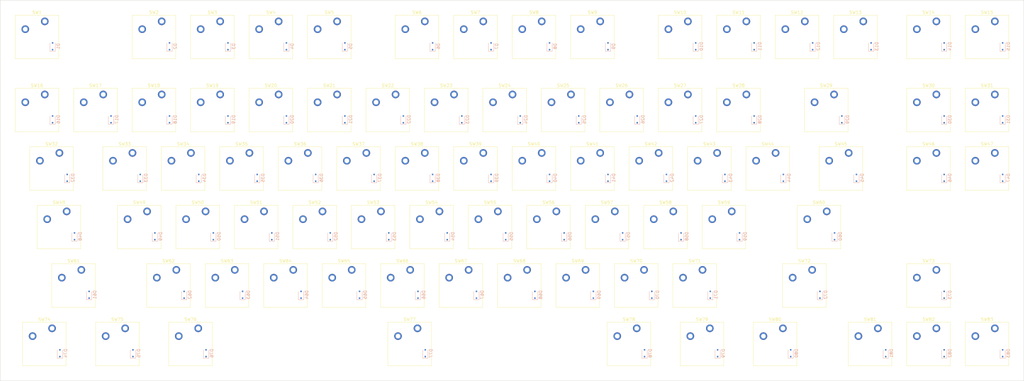
<source format=kicad_pcb>
(kicad_pcb (version 20221018) (generator pcbnew)
  (layers (0 "F.Cu" signal) (31 "B.Cu" signal) (34 "B.Paste" user) (35 "F.Paste" user) (36 "B.SilkS" user "B.Silkscreen") (37 "F.SilkS" user "F.Silkscreen") (38 "B.Mask" user) (39 "F.Mask" user) (44 "Edge.Cuts" user))
  (net 0 "")
  (net 1 "COL0")
  (net 2 "COL1")
  (net 3 "COL10")
  (net 4 "COL11")
  (net 5 "COL12")
  (net 6 "COL13")
  (net 7 "COL14")
  (net 8 "COL15")
  (net 9 "COL16")
  (net 10 "COL2")
  (net 11 "COL3")
  (net 12 "COL4")
  (net 13 "COL5")
  (net 14 "COL6")
  (net 15 "COL7")
  (net 16 "COL8")
  (net 17 "COL9")
  (net 18 "N$1")
  (net 19 "N$10")
  (net 20 "N$11")
  (net 21 "N$12")
  (net 22 "N$13")
  (net 23 "N$14")
  (net 24 "N$15")
  (net 25 "N$16")
  (net 26 "N$17")
  (net 27 "N$18")
  (net 28 "N$19")
  (net 29 "N$2")
  (net 30 "N$20")
  (net 31 "N$21")
  (net 32 "N$22")
  (net 33 "N$23")
  (net 34 "N$24")
  (net 35 "N$25")
  (net 36 "N$26")
  (net 37 "N$27")
  (net 38 "N$28")
  (net 39 "N$29")
  (net 40 "N$3")
  (net 41 "N$30")
  (net 42 "N$31")
  (net 43 "N$32")
  (net 44 "N$33")
  (net 45 "N$34")
  (net 46 "N$35")
  (net 47 "N$36")
  (net 48 "N$37")
  (net 49 "N$38")
  (net 50 "N$39")
  (net 51 "N$4")
  (net 52 "N$40")
  (net 53 "N$41")
  (net 54 "N$42")
  (net 55 "N$43")
  (net 56 "N$44")
  (net 57 "N$45")
  (net 58 "N$46")
  (net 59 "N$47")
  (net 60 "N$48")
  (net 61 "N$49")
  (net 62 "N$5")
  (net 63 "N$50")
  (net 64 "N$51")
  (net 65 "N$52")
  (net 66 "N$53")
  (net 67 "N$54")
  (net 68 "N$55")
  (net 69 "N$56")
  (net 70 "N$57")
  (net 71 "N$58")
  (net 72 "N$59")
  (net 73 "N$6")
  (net 74 "N$60")
  (net 75 "N$61")
  (net 76 "N$62")
  (net 77 "N$63")
  (net 78 "N$64")
  (net 79 "N$65")
  (net 80 "N$66")
  (net 81 "N$67")
  (net 82 "N$68")
  (net 83 "N$69")
  (net 84 "N$7")
  (net 85 "N$70")
  (net 86 "N$71")
  (net 87 "N$72")
  (net 88 "N$73")
  (net 89 "N$74")
  (net 90 "N$75")
  (net 91 "N$76")
  (net 92 "N$77")
  (net 93 "N$78")
  (net 94 "N$79")
  (net 95 "N$8")
  (net 96 "N$80")
  (net 97 "N$81")
  (net 98 "N$82")
  (net 99 "N$83")
  (net 100 "N$9")
  (net 101 "ROW0")
  (net 102 "ROW2")
  (net 103 "ROW3")
  (net 104 "ROW4")
  (net 105 "ROW5")
  (net 106 "ROW6")
  (footprint "SW_Cherry_MX_PCB_1.00u" (layer "F.Cu") (at 101.2 82.15)
    (fp_text reference "SW35" (at 0 -8) (layer "F.SilkS"))
    (fp_text value "SW_Push")
    (pad "" np_thru_hole circle (at -5.08 0) (size 1.75 1.75) (drill 1.75) (layers "*.Cu" "*.Mask"))
    (pad "" np_thru_hole circle (at 0 0) (size 4 4) (drill 4) (layers "*.Cu" "*.Mask"))
    (pad "" np_thru_hole circle (at 5.08 0) (size 1.75 1.75) (drill 1.75) (layers "*.Cu" "*.Mask"))
    (pad "1" thru_hole circle (at -3.81 -2.54) (size 2.5 2.5) (drill 1.5) (layers "*.Cu" "B.Mask") (net 12 "COL4"))
    (pad "2" thru_hole circle (at 2.54 -5.08) (size 2.5 2.5) (drill 1.5) (layers "*.Cu" "B.Mask") (net 46 "N$35"))
  )
  (footprint "SW_Cherry_MX_PCB_1.00u" (layer "F.Cu") (at 139.3 82.15)
    (fp_text reference "SW37" (at 0 -8) (layer "F.SilkS"))
    (fp_text value "SW_Push")
    (pad "" np_thru_hole circle (at -5.08 0) (size 1.75 1.75) (drill 1.75) (layers "*.Cu" "*.Mask"))
    (pad "" np_thru_hole circle (at 0 0) (size 4 4) (drill 4) (layers "*.Cu" "*.Mask"))
    (pad "" np_thru_hole circle (at 5.08 0) (size 1.75 1.75) (drill 1.75) (layers "*.Cu" "*.Mask"))
    (pad "1" thru_hole circle (at -3.81 -2.54) (size 2.5 2.5) (drill 1.5) (layers "*.Cu" "B.Mask") (net 14 "COL6"))
    (pad "2" thru_hole circle (at 2.54 -5.08) (size 2.5 2.5) (drill 1.5) (layers "*.Cu" "B.Mask") (net 48 "N$37"))
  )
  (footprint "SW_Cherry_MX_PCB_1.00u" (layer "F.Cu") (at 153.5875 120.25)
    (fp_text reference "SW66" (at 0 -8) (layer "F.SilkS"))
    (fp_text value "SW_Push")
    (pad "" np_thru_hole circle (at -5.08 0) (size 1.75 1.75) (drill 1.75) (layers "*.Cu" "*.Mask"))
    (pad "" np_thru_hole circle (at 0 0) (size 4 4) (drill 4) (layers "*.Cu" "*.Mask"))
    (pad "" np_thru_hole circle (at 5.08 0) (size 1.75 1.75) (drill 1.75) (layers "*.Cu" "*.Mask"))
    (pad "1" thru_hole circle (at -3.81 -2.54) (size 2.5 2.5) (drill 1.5) (layers "*.Cu" "B.Mask") (net 14 "COL6"))
    (pad "2" thru_hole circle (at 2.54 -5.08) (size 2.5 2.5) (drill 1.5) (layers "*.Cu" "B.Mask") (net 80 "N$66"))
  )
  (footprint "SW_Cherry_MX_PCB_1.00u" (layer "F.Cu") (at 105.9625 101.2)
    (fp_text reference "SW51" (at 0 -8) (layer "F.SilkS"))
    (fp_text value "SW_Push")
    (pad "" np_thru_hole circle (at -5.08 0) (size 1.75 1.75) (drill 1.75) (layers "*.Cu" "*.Mask"))
    (pad "" np_thru_hole circle (at 0 0) (size 4 4) (drill 4) (layers "*.Cu" "*.Mask"))
    (pad "" np_thru_hole circle (at 5.08 0) (size 1.75 1.75) (drill 1.75) (layers "*.Cu" "*.Mask"))
    (pad "1" thru_hole circle (at -3.81 -2.54) (size 2.5 2.5) (drill 1.5) (layers "*.Cu" "B.Mask") (net 12 "COL4"))
    (pad "2" thru_hole circle (at 2.54 -5.08) (size 2.5 2.5) (drill 1.5) (layers "*.Cu" "B.Mask") (net 64 "N$51"))
  )
  (footprint "SW_Cherry_MX_PCB_1.00u" (layer "F.Cu") (at 110.725 39.2875)
    (fp_text reference "SW4" (at 0 -8) (layer "F.SilkS"))
    (fp_text value "SW_Push")
    (pad "" np_thru_hole circle (at -5.08 0) (size 1.75 1.75) (drill 1.75) (layers "*.Cu" "*.Mask"))
    (pad "" np_thru_hole circle (at 0 0) (size 4 4) (drill 4) (layers "*.Cu" "*.Mask"))
    (pad "" np_thru_hole circle (at 5.08 0) (size 1.75 1.75) (drill 1.75) (layers "*.Cu" "*.Mask"))
    (pad "1" thru_hole circle (at -3.81 -2.54) (size 2.5 2.5) (drill 1.5) (layers "*.Cu" "B.Mask") (net 12 "COL4"))
    (pad "2" thru_hole circle (at 2.54 -5.08) (size 2.5 2.5) (drill 1.5) (layers "*.Cu" "B.Mask") (net 51 "N$4"))
  )
  (footprint "SW_Cherry_MX_PCB_1.00u" (layer "F.Cu") (at 344.0875 139.3)
    (fp_text reference "SW83" (at 0 -8) (layer "F.SilkS"))
    (fp_text value "SW_Push")
    (pad "" np_thru_hole circle (at -5.08 0) (size 1.75 1.75) (drill 1.75) (layers "*.Cu" "*.Mask"))
    (pad "" np_thru_hole circle (at 0 0) (size 4 4) (drill 4) (layers "*.Cu" "*.Mask"))
    (pad "" np_thru_hole circle (at 5.08 0) (size 1.75 1.75) (drill 1.75) (layers "*.Cu" "*.Mask"))
    (pad "1" thru_hole circle (at -3.81 -2.54) (size 2.5 2.5) (drill 1.5) (layers "*.Cu" "B.Mask") (net 9 "COL16"))
    (pad "2" thru_hole circle (at 2.54 -5.08) (size 2.5 2.5) (drill 1.5) (layers "*.Cu" "B.Mask") (net 99 "N$83"))
  )
  (footprint "SW_Cherry_MX_PCB_1.00u" (layer "F.Cu") (at 63.1 82.15)
    (fp_text reference "SW33" (at 0 -8) (layer "F.SilkS"))
    (fp_text value "SW_Push")
    (pad "" np_thru_hole circle (at -5.08 0) (size 1.75 1.75) (drill 1.75) (layers "*.Cu" "*.Mask"))
    (pad "" np_thru_hole circle (at 0 0) (size 4 4) (drill 4) (layers "*.Cu" "*.Mask"))
    (pad "" np_thru_hole circle (at 5.08 0) (size 1.75 1.75) (drill 1.75) (layers "*.Cu" "*.Mask"))
    (pad "1" thru_hole circle (at -3.81 -2.54) (size 2.5 2.5) (drill 1.5) (layers "*.Cu" "B.Mask") (net 10 "COL2"))
    (pad "2" thru_hole circle (at 2.54 -5.08) (size 2.5 2.5) (drill 1.5) (layers "*.Cu" "B.Mask") (net 44 "N$33"))
  )
  (footprint "SW_Cherry_MX_PCB_1.00u" (layer "F.Cu") (at 325.0375 63.1)
    (fp_text reference "SW30" (at 0 -8) (layer "F.SilkS"))
    (fp_text value "SW_Push")
    (pad "" np_thru_hole circle (at -5.08 0) (size 1.75 1.75) (drill 1.75) (layers "*.Cu" "*.Mask"))
    (pad "" np_thru_hole circle (at 0 0) (size 4 4) (drill 4) (layers "*.Cu" "*.Mask"))
    (pad "" np_thru_hole circle (at 5.08 0) (size 1.75 1.75) (drill 1.75) (layers "*.Cu" "*.Mask"))
    (pad "1" thru_hole circle (at -3.81 -2.54) (size 2.5 2.5) (drill 1.5) (layers "*.Cu" "B.Mask") (net 8 "COL15"))
    (pad "2" thru_hole circle (at 2.54 -5.08) (size 2.5 2.5) (drill 1.5) (layers "*.Cu" "B.Mask") (net 41 "N$30"))
  )
  (footprint "SW_Cherry_MX_PCB_1.00u" (layer "F.Cu") (at 244.075 63.1)
    (fp_text reference "SW27" (at 0 -8) (layer "F.SilkS"))
    (fp_text value "SW_Push")
    (pad "" np_thru_hole circle (at -5.08 0) (size 1.75 1.75) (drill 1.75) (layers "*.Cu" "*.Mask"))
    (pad "" np_thru_hole circle (at 0 0) (size 4 4) (drill 4) (layers "*.Cu" "*.Mask"))
    (pad "" np_thru_hole circle (at 5.08 0) (size 1.75 1.75) (drill 1.75) (layers "*.Cu" "*.Mask"))
    (pad "1" thru_hole circle (at -3.81 -2.54) (size 2.5 2.5) (drill 1.5) (layers "*.Cu" "B.Mask") (net 4 "COL11"))
    (pad "2" thru_hole circle (at 2.54 -5.08) (size 2.5 2.5) (drill 1.5) (layers "*.Cu" "B.Mask") (net 37 "N$27"))
  )
  (footprint "SW_Cherry_MX_PCB_1.00u" (layer "F.Cu") (at 53.575 63.1)
    (fp_text reference "SW17" (at 0 -8) (layer "F.SilkS"))
    (fp_text value "SW_Push")
    (pad "" np_thru_hole circle (at -5.08 0) (size 1.75 1.75) (drill 1.75) (layers "*.Cu" "*.Mask"))
    (pad "" np_thru_hole circle (at 0 0) (size 4 4) (drill 4) (layers "*.Cu" "*.Mask"))
    (pad "" np_thru_hole circle (at 5.08 0) (size 1.75 1.75) (drill 1.75) (layers "*.Cu" "*.Mask"))
    (pad "1" thru_hole circle (at -3.81 -2.54) (size 2.5 2.5) (drill 1.5) (layers "*.Cu" "B.Mask") (net 2 "COL1"))
    (pad "2" thru_hole circle (at 2.54 -5.08) (size 2.5 2.5) (drill 1.5) (layers "*.Cu" "B.Mask") (net 26 "N$17"))
  )
  (footprint "SW_Cherry_MX_PCB_1.00u" (layer "F.Cu") (at 134.5375 120.25)
    (fp_text reference "SW65" (at 0 -8) (layer "F.SilkS"))
    (fp_text value "SW_Push")
    (pad "" np_thru_hole circle (at -5.08 0) (size 1.75 1.75) (drill 1.75) (layers "*.Cu" "*.Mask"))
    (pad "" np_thru_hole circle (at 0 0) (size 4 4) (drill 4) (layers "*.Cu" "*.Mask"))
    (pad "" np_thru_hole circle (at 5.08 0) (size 1.75 1.75) (drill 1.75) (layers "*.Cu" "*.Mask"))
    (pad "1" thru_hole circle (at -3.81 -2.54) (size 2.5 2.5) (drill 1.5) (layers "*.Cu" "B.Mask") (net 13 "COL5"))
    (pad "2" thru_hole circle (at 2.54 -5.08) (size 2.5 2.5) (drill 1.5) (layers "*.Cu" "B.Mask") (net 79 "N$65"))
  )
  (footprint "SW_Cherry_MX_PCB_1.00u" (layer "F.Cu") (at 177.4 82.15)
    (fp_text reference "SW39" (at 0 -8) (layer "F.SilkS"))
    (fp_text value "SW_Push")
    (pad "" np_thru_hole circle (at -5.08 0) (size 1.75 1.75) (drill 1.75) (layers "*.Cu" "*.Mask"))
    (pad "" np_thru_hole circle (at 0 0) (size 4 4) (drill 4) (layers "*.Cu" "*.Mask"))
    (pad "" np_thru_hole circle (at 5.08 0) (size 1.75 1.75) (drill 1.75) (layers "*.Cu" "*.Mask"))
    (pad "1" thru_hole circle (at -3.81 -2.54) (size 2.5 2.5) (drill 1.5) (layers "*.Cu" "B.Mask") (net 16 "COL8"))
    (pad "2" thru_hole circle (at 2.54 -5.08) (size 2.5 2.5) (drill 1.5) (layers "*.Cu" "B.Mask") (net 50 "N$39"))
  )
  (footprint "SW_Cherry_MX_PCB_1.00u" (layer "F.Cu") (at 301.225 39.2875)
    (fp_text reference "SW13" (at 0 -8) (layer "F.SilkS"))
    (fp_text value "SW_Push")
    (pad "" np_thru_hole circle (at -5.08 0) (size 1.75 1.75) (drill 1.75) (layers "*.Cu" "*.Mask"))
    (pad "" np_thru_hole circle (at 0 0) (size 4 4) (drill 4) (layers "*.Cu" "*.Mask"))
    (pad "" np_thru_hole circle (at 5.08 0) (size 1.75 1.75) (drill 1.75) (layers "*.Cu" "*.Mask"))
    (pad "1" thru_hole circle (at -3.81 -2.54) (size 2.5 2.5) (drill 1.5) (layers "*.Cu" "B.Mask") (net 7 "COL14"))
    (pad "2" thru_hole circle (at 2.54 -5.08) (size 2.5 2.5) (drill 1.5) (layers "*.Cu" "B.Mask") (net 22 "N$13"))
  )
  (footprint "SW_Cherry_MX_PCB_1.00u" (layer "F.Cu") (at 253.6 82.15)
    (fp_text reference "SW43" (at 0 -8) (layer "F.SilkS"))
    (fp_text value "SW_Push")
    (pad "" np_thru_hole circle (at -5.08 0) (size 1.75 1.75) (drill 1.75) (layers "*.Cu" "*.Mask"))
    (pad "" np_thru_hole circle (at 0 0) (size 4 4) (drill 4) (layers "*.Cu" "*.Mask"))
    (pad "" np_thru_hole circle (at 5.08 0) (size 1.75 1.75) (drill 1.75) (layers "*.Cu" "*.Mask"))
    (pad "1" thru_hole circle (at -3.81 -2.54) (size 2.5 2.5) (drill 1.5) (layers "*.Cu" "B.Mask") (net 5 "COL12"))
    (pad "2" thru_hole circle (at 2.54 -5.08) (size 2.5 2.5) (drill 1.5) (layers "*.Cu" "B.Mask") (net 55 "N$43"))
  )
  (footprint "SW_Cherry_MX_PCB_2.00u" (layer "F.Cu") (at 291.7 63.1)
    (fp_text reference "SW29" (at 0 -8) (layer "F.SilkS"))
    (fp_text value "SW_Push")
    (pad "" np_thru_hole circle (at -5.08 0) (size 1.75 1.75) (drill 1.75) (layers "*.Cu" "*.Mask"))
    (pad "" np_thru_hole circle (at 0 0) (size 4 4) (drill 4) (layers "*.Cu" "*.Mask"))
    (pad "" np_thru_hole circle (at 5.08 0) (size 1.75 1.75) (drill 1.75) (layers "*.Cu" "*.Mask"))
    (pad "1" thru_hole circle (at -3.81 -2.54) (size 2.5 2.5) (drill 1.5) (layers "*.Cu" "B.Mask") (net 7 "COL14"))
    (pad "2" thru_hole circle (at 2.54 -5.08) (size 2.5 2.5) (drill 1.5) (layers "*.Cu" "B.Mask") (net 39 "N$29"))
  )
  (footprint "SW_Cherry_MX_PCB_1.50u" (layer "F.Cu") (at 39.2875 82.15)
    (fp_text reference "SW32" (at 0 -8) (layer "F.SilkS"))
    (fp_text value "SW_Push")
    (pad "" np_thru_hole circle (at -5.08 0) (size 1.75 1.75) (drill 1.75) (layers "*.Cu" "*.Mask"))
    (pad "" np_thru_hole circle (at 0 0) (size 4 4) (drill 4) (layers "*.Cu" "*.Mask"))
    (pad "" np_thru_hole circle (at 5.08 0) (size 1.75 1.75) (drill 1.75) (layers "*.Cu" "*.Mask"))
    (pad "1" thru_hole circle (at -3.81 -2.54) (size 2.5 2.5) (drill 1.5) (layers "*.Cu" "B.Mask") (net 1 "COL0"))
    (pad "2" thru_hole circle (at 2.54 -5.08) (size 2.5 2.5) (drill 1.5) (layers "*.Cu" "B.Mask") (net 43 "N$32"))
  )
  (footprint "SW_Cherry_MX_PCB_1.00u" (layer "F.Cu") (at 129.775 63.1)
    (fp_text reference "SW21" (at 0 -8) (layer "F.SilkS"))
    (fp_text value "SW_Push")
    (pad "" np_thru_hole circle (at -5.08 0) (size 1.75 1.75) (drill 1.75) (layers "*.Cu" "*.Mask"))
    (pad "" np_thru_hole circle (at 0 0) (size 4 4) (drill 4) (layers "*.Cu" "*.Mask"))
    (pad "" np_thru_hole circle (at 5.08 0) (size 1.75 1.75) (drill 1.75) (layers "*.Cu" "*.Mask"))
    (pad "1" thru_hole circle (at -3.81 -2.54) (size 2.5 2.5) (drill 1.5) (layers "*.Cu" "B.Mask") (net 13 "COL5"))
    (pad "2" thru_hole circle (at 2.54 -5.08) (size 2.5 2.5) (drill 1.5) (layers "*.Cu" "B.Mask") (net 31 "N$21"))
  )
  (footprint "SW_Cherry_MX_PCB_1.00u" (layer "F.Cu") (at 234.55 82.15)
    (fp_text reference "SW42" (at 0 -8) (layer "F.SilkS"))
    (fp_text value "SW_Push")
    (pad "" np_thru_hole circle (at -5.08 0) (size 1.75 1.75) (drill 1.75) (layers "*.Cu" "*.Mask"))
    (pad "" np_thru_hole circle (at 0 0) (size 4 4) (drill 4) (layers "*.Cu" "*.Mask"))
    (pad "" np_thru_hole circle (at 5.08 0) (size 1.75 1.75) (drill 1.75) (layers "*.Cu" "*.Mask"))
    (pad "1" thru_hole circle (at -3.81 -2.54) (size 2.5 2.5) (drill 1.5) (layers "*.Cu" "B.Mask") (net 4 "COL11"))
    (pad "2" thru_hole circle (at 2.54 -5.08) (size 2.5 2.5) (drill 1.5) (layers "*.Cu" "B.Mask") (net 54 "N$42"))
  )
  (footprint "SW_Cherry_MX_PCB_1.00u" (layer "F.Cu") (at 77.3875 120.25)
    (fp_text reference "SW62" (at 0 -8) (layer "F.SilkS"))
    (fp_text value "SW_Push")
    (pad "" np_thru_hole circle (at -5.08 0) (size 1.75 1.75) (drill 1.75) (layers "*.Cu" "*.Mask"))
    (pad "" np_thru_hole circle (at 0 0) (size 4 4) (drill 4) (layers "*.Cu" "*.Mask"))
    (pad "" np_thru_hole circle (at 5.08 0) (size 1.75 1.75) (drill 1.75) (layers "*.Cu" "*.Mask"))
    (pad "1" thru_hole circle (at -3.81 -2.54) (size 2.5 2.5) (drill 1.5) (layers "*.Cu" "B.Mask") (net 10 "COL2"))
    (pad "2" thru_hole circle (at 2.54 -5.08) (size 2.5 2.5) (drill 1.5) (layers "*.Cu" "B.Mask") (net 76 "N$62"))
  )
  (footprint "SW_Cherry_MX_PCB_1.00u" (layer "F.Cu") (at 272.65 82.15)
    (fp_text reference "SW44" (at 0 -8) (layer "F.SilkS"))
    (fp_text value "SW_Push")
    (pad "" np_thru_hole circle (at -5.08 0) (size 1.75 1.75) (drill 1.75) (layers "*.Cu" "*.Mask"))
    (pad "" np_thru_hole circle (at 0 0) (size 4 4) (drill 4) (layers "*.Cu" "*.Mask"))
    (pad "" np_thru_hole circle (at 5.08 0) (size 1.75 1.75) (drill 1.75) (layers "*.Cu" "*.Mask"))
    (pad "1" thru_hole circle (at -3.81 -2.54) (size 2.5 2.5) (drill 1.5) (layers "*.Cu" "B.Mask") (net 6 "COL13"))
    (pad "2" thru_hole circle (at 2.54 -5.08) (size 2.5 2.5) (drill 1.5) (layers "*.Cu" "B.Mask") (net 56 "N$44"))
  )
  (footprint "SW_Cherry_MX_PCB_1.00u" (layer "F.Cu") (at 248.8375 120.25)
    (fp_text reference "SW71" (at 0 -8) (layer "F.SilkS"))
    (fp_text value "SW_Push")
    (pad "" np_thru_hole circle (at -5.08 0) (size 1.75 1.75) (drill 1.75) (layers "*.Cu" "*.Mask"))
    (pad "" np_thru_hole circle (at 0 0) (size 4 4) (drill 4) (layers "*.Cu" "*.Mask"))
    (pad "" np_thru_hole circle (at 5.08 0) (size 1.75 1.75) (drill 1.75) (layers "*.Cu" "*.Mask"))
    (pad "1" thru_hole circle (at -3.81 -2.54) (size 2.5 2.5) (drill 1.5) (layers "*.Cu" "B.Mask") (net 4 "COL11"))
    (pad "2" thru_hole circle (at 2.54 -5.08) (size 2.5 2.5) (drill 1.5) (layers "*.Cu" "B.Mask") (net 86 "N$71"))
  )
  (footprint "SW_Cherry_MX_PCB_1.00u" (layer "F.Cu") (at 239.3125 101.2)
    (fp_text reference "SW58" (at 0 -8) (layer "F.SilkS"))
    (fp_text value "SW_Push")
    (pad "" np_thru_hole circle (at -5.08 0) (size 1.75 1.75) (drill 1.75) (layers "*.Cu" "*.Mask"))
    (pad "" np_thru_hole circle (at 0 0) (size 4 4) (drill 4) (layers "*.Cu" "*.Mask"))
    (pad "" np_thru_hole circle (at 5.08 0) (size 1.75 1.75) (drill 1.75) (layers "*.Cu" "*.Mask"))
    (pad "1" thru_hole circle (at -3.81 -2.54) (size 2.5 2.5) (drill 1.5) (layers "*.Cu" "B.Mask") (net 4 "COL11"))
    (pad "2" thru_hole circle (at 2.54 -5.08) (size 2.5 2.5) (drill 1.5) (layers "*.Cu" "B.Mask") (net 71 "N$58"))
  )
  (footprint "SW_Cherry_MX_PCB_1.00u" (layer "F.Cu") (at 220.2625 101.2)
    (fp_text reference "SW57" (at 0 -8) (layer "F.SilkS"))
    (fp_text value "SW_Push")
    (pad "" np_thru_hole circle (at -5.08 0) (size 1.75 1.75) (drill 1.75) (layers "*.Cu" "*.Mask"))
    (pad "" np_thru_hole circle (at 0 0) (size 4 4) (drill 4) (layers "*.Cu" "*.Mask"))
    (pad "" np_thru_hole circle (at 5.08 0) (size 1.75 1.75) (drill 1.75) (layers "*.Cu" "*.Mask"))
    (pad "1" thru_hole circle (at -3.81 -2.54) (size 2.5 2.5) (drill 1.5) (layers "*.Cu" "B.Mask") (net 3 "COL10"))
    (pad "2" thru_hole circle (at 2.54 -5.08) (size 2.5 2.5) (drill 1.5) (layers "*.Cu" "B.Mask") (net 70 "N$57"))
  )
  (footprint "SW_Cherry_MX_PCB_1.25u" (layer "F.Cu") (at 251.21875 139.3)
    (fp_text reference "SW79" (at 0 -8) (layer "F.SilkS"))
    (fp_text value "SW_Push")
    (pad "" np_thru_hole circle (at -5.08 0) (size 1.75 1.75) (drill 1.75) (layers "*.Cu" "*.Mask"))
    (pad "" np_thru_hole circle (at 0 0) (size 4 4) (drill 4) (layers "*.Cu" "*.Mask"))
    (pad "" np_thru_hole circle (at 5.08 0) (size 1.75 1.75) (drill 1.75) (layers "*.Cu" "*.Mask"))
    (pad "1" thru_hole circle (at -3.81 -2.54) (size 2.5 2.5) (drill 1.5) (layers "*.Cu" "B.Mask") (net 4 "COL11"))
    (pad "2" thru_hole circle (at 2.54 -5.08) (size 2.5 2.5) (drill 1.5) (layers "*.Cu" "B.Mask") (net 94 "N$79"))
  )
  (footprint "SW_Cherry_MX_PCB_1.00u" (layer "F.Cu") (at 305.9875 139.3)
    (fp_text reference "SW81" (at 0 -8) (layer "F.SilkS"))
    (fp_text value "SW_Push")
    (pad "" np_thru_hole circle (at -5.08 0) (size 1.75 1.75) (drill 1.75) (layers "*.Cu" "*.Mask"))
    (pad "" np_thru_hole circle (at 0 0) (size 4 4) (drill 4) (layers "*.Cu" "*.Mask"))
    (pad "" np_thru_hole circle (at 5.08 0) (size 1.75 1.75) (drill 1.75) (layers "*.Cu" "*.Mask"))
    (pad "1" thru_hole circle (at -3.81 -2.54) (size 2.5 2.5) (drill 1.5) (layers "*.Cu" "B.Mask") (net 7 "COL14"))
    (pad "2" thru_hole circle (at 2.54 -5.08) (size 2.5 2.5) (drill 1.5) (layers "*.Cu" "B.Mask") (net 97 "N$81"))
  )
  (footprint "SW_Cherry_MX_PCB_1.25u" (layer "F.Cu") (at 227.40625 139.3)
    (fp_text reference "SW78" (at 0 -8) (layer "F.SilkS"))
    (fp_text value "SW_Push")
    (pad "" np_thru_hole circle (at -5.08 0) (size 1.75 1.75) (drill 1.75) (layers "*.Cu" "*.Mask"))
    (pad "" np_thru_hole circle (at 0 0) (size 4 4) (drill 4) (layers "*.Cu" "*.Mask"))
    (pad "" np_thru_hole circle (at 5.08 0) (size 1.75 1.75) (drill 1.75) (layers "*.Cu" "*.Mask"))
    (pad "1" thru_hole circle (at -3.81 -2.54) (size 2.5 2.5) (drill 1.5) (layers "*.Cu" "B.Mask") (net 3 "COL10"))
    (pad "2" thru_hole circle (at 2.54 -5.08) (size 2.5 2.5) (drill 1.5) (layers "*.Cu" "B.Mask") (net 93 "N$78"))
  )
  (footprint "SW_Cherry_MX_PCB_1.00u" (layer "F.Cu") (at 186.925 63.1)
    (fp_text reference "SW24" (at 0 -8) (layer "F.SilkS"))
    (fp_text value "SW_Push")
    (pad "" np_thru_hole circle (at -5.08 0) (size 1.75 1.75) (drill 1.75) (layers "*.Cu" "*.Mask"))
    (pad "" np_thru_hole circle (at 0 0) (size 4 4) (drill 4) (layers "*.Cu" "*.Mask"))
    (pad "" np_thru_hole circle (at 5.08 0) (size 1.75 1.75) (drill 1.75) (layers "*.Cu" "*.Mask"))
    (pad "1" thru_hole circle (at -3.81 -2.54) (size 2.5 2.5) (drill 1.5) (layers "*.Cu" "B.Mask") (net 16 "COL8"))
    (pad "2" thru_hole circle (at 2.54 -5.08) (size 2.5 2.5) (drill 1.5) (layers "*.Cu" "B.Mask") (net 34 "N$24"))
  )
  (footprint "SW_Cherry_MX_PCB_1.00u" (layer "F.Cu") (at 229.7875 120.25)
    (fp_text reference "SW70" (at 0 -8) (layer "F.SilkS"))
    (fp_text value "SW_Push")
    (pad "" np_thru_hole circle (at -5.08 0) (size 1.75 1.75) (drill 1.75) (layers "*.Cu" "*.Mask"))
    (pad "" np_thru_hole circle (at 0 0) (size 4 4) (drill 4) (layers "*.Cu" "*.Mask"))
    (pad "" np_thru_hole circle (at 5.08 0) (size 1.75 1.75) (drill 1.75) (layers "*.Cu" "*.Mask"))
    (pad "1" thru_hole circle (at -3.81 -2.54) (size 2.5 2.5) (drill 1.5) (layers "*.Cu" "B.Mask") (net 3 "COL10"))
    (pad "2" thru_hole circle (at 2.54 -5.08) (size 2.5 2.5) (drill 1.5) (layers "*.Cu" "B.Mask") (net 85 "N$70"))
  )
  (footprint "SW_Cherry_MX_PCB_1.00u" (layer "F.Cu") (at 34.525 63.1)
    (fp_text reference "SW16" (at 0 -8) (layer "F.SilkS"))
    (fp_text value "SW_Push")
    (pad "" np_thru_hole circle (at -5.08 0) (size 1.75 1.75) (drill 1.75) (layers "*.Cu" "*.Mask"))
    (pad "" np_thru_hole circle (at 0 0) (size 4 4) (drill 4) (layers "*.Cu" "*.Mask"))
    (pad "" np_thru_hole circle (at 5.08 0) (size 1.75 1.75) (drill 1.75) (layers "*.Cu" "*.Mask"))
    (pad "1" thru_hole circle (at -3.81 -2.54) (size 2.5 2.5) (drill 1.5) (layers "*.Cu" "B.Mask") (net 1 "COL0"))
    (pad "2" thru_hole circle (at 2.54 -5.08) (size 2.5 2.5) (drill 1.5) (layers "*.Cu" "B.Mask") (net 25 "N$16"))
  )
  (footprint "SW_Cherry_MX_PCB_1.00u" (layer "F.Cu") (at 125.0125 101.2)
    (fp_text reference "SW52" (at 0 -8) (layer "F.SilkS"))
    (fp_text value "SW_Push")
    (pad "" np_thru_hole circle (at -5.08 0) (size 1.75 1.75) (drill 1.75) (layers "*.Cu" "*.Mask"))
    (pad "" np_thru_hole circle (at 0 0) (size 4 4) (drill 4) (layers "*.Cu" "*.Mask"))
    (pad "" np_thru_hole circle (at 5.08 0) (size 1.75 1.75) (drill 1.75) (layers "*.Cu" "*.Mask"))
    (pad "1" thru_hole circle (at -3.81 -2.54) (size 2.5 2.5) (drill 1.5) (layers "*.Cu" "B.Mask") (net 13 "COL5"))
    (pad "2" thru_hole circle (at 2.54 -5.08) (size 2.5 2.5) (drill 1.5) (layers "*.Cu" "B.Mask") (net 65 "N$52"))
  )
  (footprint "SW_Cherry_MX_PCB_1.75u" (layer "F.Cu") (at 41.66875 101.2)
    (fp_text reference "SW48" (at 0 -8) (layer "F.SilkS"))
    (fp_text value "SW_Push")
    (pad "" np_thru_hole circle (at -5.08 0) (size 1.75 1.75) (drill 1.75) (layers "*.Cu" "*.Mask"))
    (pad "" np_thru_hole circle (at 0 0) (size 4 4) (drill 4) (layers "*.Cu" "*.Mask"))
    (pad "" np_thru_hole circle (at 5.08 0) (size 1.75 1.75) (drill 1.75) (layers "*.Cu" "*.Mask"))
    (pad "1" thru_hole circle (at -3.81 -2.54) (size 2.5 2.5) (drill 1.5) (layers "*.Cu" "B.Mask") (net 1 "COL0"))
    (pad "2" thru_hole circle (at 2.54 -5.08) (size 2.5 2.5) (drill 1.5) (layers "*.Cu" "B.Mask") (net 60 "N$48"))
  )
  (footprint "SW_Cherry_MX_PCB_6.25u" (layer "F.Cu") (at 155.96875 139.3)
    (fp_text reference "SW77" (at 0 -8) (layer "F.SilkS"))
    (fp_text value "SW_Push")
    (pad "" np_thru_hole circle (at -5.08 0) (size 1.75 1.75) (drill 1.75) (layers "*.Cu" "*.Mask"))
    (pad "" np_thru_hole circle (at 0 0) (size 4 4) (drill 4) (layers "*.Cu" "*.Mask"))
    (pad "" np_thru_hole circle (at 5.08 0) (size 1.75 1.75) (drill 1.75) (layers "*.Cu" "*.Mask"))
    (pad "1" thru_hole circle (at -3.81 -2.54) (size 2.5 2.5) (drill 1.5) (layers "*.Cu" "B.Mask") (net 14 "COL6"))
    (pad "2" thru_hole circle (at 2.54 -5.08) (size 2.5 2.5) (drill 1.5) (layers "*.Cu" "B.Mask") (net 92 "N$77"))
  )
  (footprint "SW_Cherry_MX_PCB_1.50u" (layer "F.Cu") (at 296.4625 82.15)
    (fp_text reference "SW45" (at 0 -8) (layer "F.SilkS"))
    (fp_text value "SW_Push")
    (pad "" np_thru_hole circle (at -5.08 0) (size 1.75 1.75) (drill 1.75) (layers "*.Cu" "*.Mask"))
    (pad "" np_thru_hole circle (at 0 0) (size 4 4) (drill 4) (layers "*.Cu" "*.Mask"))
    (pad "" np_thru_hole circle (at 5.08 0) (size 1.75 1.75) (drill 1.75) (layers "*.Cu" "*.Mask"))
    (pad "1" thru_hole circle (at -3.81 -2.54) (size 2.5 2.5) (drill 1.5) (layers "*.Cu" "B.Mask") (net 7 "COL14"))
    (pad "2" thru_hole circle (at 2.54 -5.08) (size 2.5 2.5) (drill 1.5) (layers "*.Cu" "B.Mask") (net 57 "N$45"))
  )
  (footprint "SW_Cherry_MX_PCB_1.00u" (layer "F.Cu") (at 167.875 63.1)
    (fp_text reference "SW23" (at 0 -8) (layer "F.SilkS"))
    (fp_text value "SW_Push")
    (pad "" np_thru_hole circle (at -5.08 0) (size 1.75 1.75) (drill 1.75) (layers "*.Cu" "*.Mask"))
    (pad "" np_thru_hole circle (at 0 0) (size 4 4) (drill 4) (layers "*.Cu" "*.Mask"))
    (pad "" np_thru_hole circle (at 5.08 0) (size 1.75 1.75) (drill 1.75) (layers "*.Cu" "*.Mask"))
    (pad "1" thru_hole circle (at -3.81 -2.54) (size 2.5 2.5) (drill 1.5) (layers "*.Cu" "B.Mask") (net 15 "COL7"))
    (pad "2" thru_hole circle (at 2.54 -5.08) (size 2.5 2.5) (drill 1.5) (layers "*.Cu" "B.Mask") (net 33 "N$23"))
  )
  (footprint "SW_Cherry_MX_PCB_1.00u" (layer "F.Cu") (at 82.15 82.15)
    (fp_text reference "SW34" (at 0 -8) (layer "F.SilkS"))
    (fp_text value "SW_Push")
    (pad "" np_thru_hole circle (at -5.08 0) (size 1.75 1.75) (drill 1.75) (layers "*.Cu" "*.Mask"))
    (pad "" np_thru_hole circle (at 0 0) (size 4 4) (drill 4) (layers "*.Cu" "*.Mask"))
    (pad "" np_thru_hole circle (at 5.08 0) (size 1.75 1.75) (drill 1.75) (layers "*.Cu" "*.Mask"))
    (pad "1" thru_hole circle (at -3.81 -2.54) (size 2.5 2.5) (drill 1.5) (layers "*.Cu" "B.Mask") (net 11 "COL3"))
    (pad "2" thru_hole circle (at 2.54 -5.08) (size 2.5 2.5) (drill 1.5) (layers "*.Cu" "B.Mask") (net 45 "N$34"))
  )
  (footprint "SW_Cherry_MX_PCB_1.00u" (layer "F.Cu") (at 158.35 82.15)
    (fp_text reference "SW38" (at 0 -8) (layer "F.SilkS"))
    (fp_text value "SW_Push")
    (pad "" np_thru_hole circle (at -5.08 0) (size 1.75 1.75) (drill 1.75) (layers "*.Cu" "*.Mask"))
    (pad "" np_thru_hole circle (at 0 0) (size 4 4) (drill 4) (layers "*.Cu" "*.Mask"))
    (pad "" np_thru_hole circle (at 5.08 0) (size 1.75 1.75) (drill 1.75) (layers "*.Cu" "*.Mask"))
    (pad "1" thru_hole circle (at -3.81 -2.54) (size 2.5 2.5) (drill 1.5) (layers "*.Cu" "B.Mask") (net 15 "COL7"))
    (pad "2" thru_hole circle (at 2.54 -5.08) (size 2.5 2.5) (drill 1.5) (layers "*.Cu" "B.Mask") (net 49 "N$38"))
  )
  (footprint "SW_Cherry_MX_PCB_1.00u" (layer "F.Cu") (at 344.0875 82.15)
    (fp_text reference "SW47" (at 0 -8) (layer "F.SilkS"))
    (fp_text value "SW_Push")
    (pad "" np_thru_hole circle (at -5.08 0) (size 1.75 1.75) (drill 1.75) (layers "*.Cu" "*.Mask"))
    (pad "" np_thru_hole circle (at 0 0) (size 4 4) (drill 4) (layers "*.Cu" "*.Mask"))
    (pad "" np_thru_hole circle (at 5.08 0) (size 1.75 1.75) (drill 1.75) (layers "*.Cu" "*.Mask"))
    (pad "1" thru_hole circle (at -3.81 -2.54) (size 2.5 2.5) (drill 1.5) (layers "*.Cu" "B.Mask") (net 9 "COL16"))
    (pad "2" thru_hole circle (at 2.54 -5.08) (size 2.5 2.5) (drill 1.5) (layers "*.Cu" "B.Mask") (net 59 "N$47"))
  )
  (footprint "SW_Cherry_MX_PCB_1.00u" (layer "F.Cu") (at 86.9125 101.2)
    (fp_text reference "SW50" (at 0 -8) (layer "F.SilkS"))
    (fp_text value "SW_Push")
    (pad "" np_thru_hole circle (at -5.08 0) (size 1.75 1.75) (drill 1.75) (layers "*.Cu" "*.Mask"))
    (pad "" np_thru_hole circle (at 0 0) (size 4 4) (drill 4) (layers "*.Cu" "*.Mask"))
    (pad "" np_thru_hole circle (at 5.08 0) (size 1.75 1.75) (drill 1.75) (layers "*.Cu" "*.Mask"))
    (pad "1" thru_hole circle (at -3.81 -2.54) (size 2.5 2.5) (drill 1.5) (layers "*.Cu" "B.Mask") (net 11 "COL3"))
    (pad "2" thru_hole circle (at 2.54 -5.08) (size 2.5 2.5) (drill 1.5) (layers "*.Cu" "B.Mask") (net 63 "N$50"))
  )
  (footprint "SW_Cherry_MX_PCB_1.00u" (layer "F.Cu") (at 215.5 39.2875)
    (fp_text reference "SW9" (at 0 -8) (layer "F.SilkS"))
    (fp_text value "SW_Push")
    (pad "" np_thru_hole circle (at -5.08 0) (size 1.75 1.75) (drill 1.75) (layers "*.Cu" "*.Mask"))
    (pad "" np_thru_hole circle (at 0 0) (size 4 4) (drill 4) (layers "*.Cu" "*.Mask"))
    (pad "" np_thru_hole circle (at 5.08 0) (size 1.75 1.75) (drill 1.75) (layers "*.Cu" "*.Mask"))
    (pad "1" thru_hole circle (at -3.81 -2.54) (size 2.5 2.5) (drill 1.5) (layers "*.Cu" "B.Mask") (net 3 "COL10"))
    (pad "2" thru_hole circle (at 2.54 -5.08) (size 2.5 2.5) (drill 1.5) (layers "*.Cu" "B.Mask") (net 100 "N$9"))
  )
  (footprint "SW_Cherry_MX_PCB_1.00u" (layer "F.Cu") (at 282.175 39.2875)
    (fp_text reference "SW12" (at 0 -8) (layer "F.SilkS"))
    (fp_text value "SW_Push")
    (pad "" np_thru_hole circle (at -5.08 0) (size 1.75 1.75) (drill 1.75) (layers "*.Cu" "*.Mask"))
    (pad "" np_thru_hole circle (at 0 0) (size 4 4) (drill 4) (layers "*.Cu" "*.Mask"))
    (pad "" np_thru_hole circle (at 5.08 0) (size 1.75 1.75) (drill 1.75) (layers "*.Cu" "*.Mask"))
    (pad "1" thru_hole circle (at -3.81 -2.54) (size 2.5 2.5) (drill 1.5) (layers "*.Cu" "B.Mask") (net 6 "COL13"))
    (pad "2" thru_hole circle (at 2.54 -5.08) (size 2.5 2.5) (drill 1.5) (layers "*.Cu" "B.Mask") (net 21 "N$12"))
  )
  (footprint "SW_Cherry_MX_PCB_1.00u" (layer "F.Cu") (at 325.0375 120.25)
    (fp_text reference "SW73" (at 0 -8) (layer "F.SilkS"))
    (fp_text value "SW_Push")
    (pad "" np_thru_hole circle (at -5.08 0) (size 1.75 1.75) (drill 1.75) (layers "*.Cu" "*.Mask"))
    (pad "" np_thru_hole circle (at 0 0) (size 4 4) (drill 4) (layers "*.Cu" "*.Mask"))
    (pad "" np_thru_hole circle (at 5.08 0) (size 1.75 1.75) (drill 1.75) (layers "*.Cu" "*.Mask"))
    (pad "1" thru_hole circle (at -3.81 -2.54) (size 2.5 2.5) (drill 1.5) (layers "*.Cu" "B.Mask") (net 8 "COL15"))
    (pad "2" thru_hole circle (at 2.54 -5.08) (size 2.5 2.5) (drill 1.5) (layers "*.Cu" "B.Mask") (net 88 "N$73"))
  )
  (footprint "SW_Cherry_MX_PCB_1.00u" (layer "F.Cu") (at 144.0625 101.2)
    (fp_text reference "SW53" (at 0 -8) (layer "F.SilkS"))
    (fp_text value "SW_Push")
    (pad "" np_thru_hole circle (at -5.08 0) (size 1.75 1.75) (drill 1.75) (layers "*.Cu" "*.Mask"))
    (pad "" np_thru_hole circle (at 0 0) (size 4 4) (drill 4) (layers "*.Cu" "*.Mask"))
    (pad "" np_thru_hole circle (at 5.08 0) (size 1.75 1.75) (drill 1.75) (layers "*.Cu" "*.Mask"))
    (pad "1" thru_hole circle (at -3.81 -2.54) (size 2.5 2.5) (drill 1.5) (layers "*.Cu" "B.Mask") (net 14 "COL6"))
    (pad "2" thru_hole circle (at 2.54 -5.08) (size 2.5 2.5) (drill 1.5) (layers "*.Cu" "B.Mask") (net 66 "N$53"))
  )
  (footprint "SW_Cherry_MX_PCB_1.00u" (layer "F.Cu") (at 205.975 63.1)
    (fp_text reference "SW25" (at 0 -8) (layer "F.SilkS"))
    (fp_text value "SW_Push")
    (pad "" np_thru_hole circle (at -5.08 0) (size 1.75 1.75) (drill 1.75) (layers "*.Cu" "*.Mask"))
    (pad "" np_thru_hole circle (at 0 0) (size 4 4) (drill 4) (layers "*.Cu" "*.Mask"))
    (pad "" np_thru_hole circle (at 5.08 0) (size 1.75 1.75) (drill 1.75) (layers "*.Cu" "*.Mask"))
    (pad "1" thru_hole circle (at -3.81 -2.54) (size 2.5 2.5) (drill 1.5) (layers "*.Cu" "B.Mask") (net 17 "COL9"))
    (pad "2" thru_hole circle (at 2.54 -5.08) (size 2.5 2.5) (drill 1.5) (layers "*.Cu" "B.Mask") (net 35 "N$25"))
  )
  (footprint "SW_Cherry_MX_PCB_1.00u" (layer "F.Cu") (at 182.1625 101.2)
    (fp_text reference "SW55" (at 0 -8) (layer "F.SilkS"))
    (fp_text value "SW_Push")
    (pad "" np_thru_hole circle (at -5.08 0) (size 1.75 1.75) (drill 1.75) (layers "*.Cu" "*.Mask"))
    (pad "" np_thru_hole circle (at 0 0) (size 4 4) (drill 4) (layers "*.Cu" "*.Mask"))
    (pad "" np_thru_hole circle (at 5.08 0) (size 1.75 1.75) (drill 1.75) (layers "*.Cu" "*.Mask"))
    (pad "1" thru_hole circle (at -3.81 -2.54) (size 2.5 2.5) (drill 1.5) (layers "*.Cu" "B.Mask") (net 16 "COL8"))
    (pad "2" thru_hole circle (at 2.54 -5.08) (size 2.5 2.5) (drill 1.5) (layers "*.Cu" "B.Mask") (net 68 "N$55"))
  )
  (footprint "SW_Cherry_MX_PCB_1.00u" (layer "F.Cu") (at 263.125 39.2875)
    (fp_text reference "SW11" (at 0 -8) (layer "F.SilkS"))
    (fp_text value "SW_Push")
    (pad "" np_thru_hole circle (at -5.08 0) (size 1.75 1.75) (drill 1.75) (layers "*.Cu" "*.Mask"))
    (pad "" np_thru_hole circle (at 0 0) (size 4 4) (drill 4) (layers "*.Cu" "*.Mask"))
    (pad "" np_thru_hole circle (at 5.08 0) (size 1.75 1.75) (drill 1.75) (layers "*.Cu" "*.Mask"))
    (pad "1" thru_hole circle (at -3.81 -2.54) (size 2.5 2.5) (drill 1.5) (layers "*.Cu" "B.Mask") (net 5 "COL12"))
    (pad "2" thru_hole circle (at 2.54 -5.08) (size 2.5 2.5) (drill 1.5) (layers "*.Cu" "B.Mask") (net 20 "N$11"))
  )
  (footprint "SW_Cherry_MX_PCB_1.00u" (layer "F.Cu") (at 34.525 39.2875)
    (fp_text reference "SW1" (at 0 -8) (layer "F.SilkS"))
    (fp_text value "SW_Push")
    (pad "" np_thru_hole circle (at -5.08 0) (size 1.75 1.75) (drill 1.75) (layers "*.Cu" "*.Mask"))
    (pad "" np_thru_hole circle (at 0 0) (size 4 4) (drill 4) (layers "*.Cu" "*.Mask"))
    (pad "" np_thru_hole circle (at 5.08 0) (size 1.75 1.75) (drill 1.75) (layers "*.Cu" "*.Mask"))
    (pad "1" thru_hole circle (at -3.81 -2.54) (size 2.5 2.5) (drill 1.5) (layers "*.Cu" "B.Mask") (net 1 "COL0"))
    (pad "2" thru_hole circle (at 2.54 -5.08) (size 2.5 2.5) (drill 1.5) (layers "*.Cu" "B.Mask") (net 18 "N$1"))
  )
  (footprint "SW_Cherry_MX_PCB_1.00u" (layer "F.Cu") (at 91.675 63.1)
    (fp_text reference "SW19" (at 0 -8) (layer "F.SilkS"))
    (fp_text value "SW_Push")
    (pad "" np_thru_hole circle (at -5.08 0) (size 1.75 1.75) (drill 1.75) (layers "*.Cu" "*.Mask"))
    (pad "" np_thru_hole circle (at 0 0) (size 4 4) (drill 4) (layers "*.Cu" "*.Mask"))
    (pad "" np_thru_hole circle (at 5.08 0) (size 1.75 1.75) (drill 1.75) (layers "*.Cu" "*.Mask"))
    (pad "1" thru_hole circle (at -3.81 -2.54) (size 2.5 2.5) (drill 1.5) (layers "*.Cu" "B.Mask") (net 11 "COL3"))
    (pad "2" thru_hole circle (at 2.54 -5.08) (size 2.5 2.5) (drill 1.5) (layers "*.Cu" "B.Mask") (net 28 "N$19"))
  )
  (footprint "SW_Cherry_MX_PCB_1.25u" (layer "F.Cu") (at 60.71875 139.3)
    (fp_text reference "SW75" (at 0 -8) (layer "F.SilkS"))
    (fp_text value "SW_Push")
    (pad "" np_thru_hole circle (at -5.08 0) (size 1.75 1.75) (drill 1.75) (layers "*.Cu" "*.Mask"))
    (pad "" np_thru_hole circle (at 0 0) (size 4 4) (drill 4) (layers "*.Cu" "*.Mask"))
    (pad "" np_thru_hole circle (at 5.08 0) (size 1.75 1.75) (drill 1.75) (layers "*.Cu" "*.Mask"))
    (pad "1" thru_hole circle (at -3.81 -2.54) (size 2.5 2.5) (drill 1.5) (layers "*.Cu" "B.Mask") (net 2 "COL1"))
    (pad "2" thru_hole circle (at 2.54 -5.08) (size 2.5 2.5) (drill 1.5) (layers "*.Cu" "B.Mask") (net 90 "N$75"))
  )
  (footprint "SW_Cherry_MX_PCB_1.00u" (layer "F.Cu") (at 163.1125 101.2)
    (fp_text reference "SW54" (at 0 -8) (layer "F.SilkS"))
    (fp_text value "SW_Push")
    (pad "" np_thru_hole circle (at -5.08 0) (size 1.75 1.75) (drill 1.75) (layers "*.Cu" "*.Mask"))
    (pad "" np_thru_hole circle (at 0 0) (size 4 4) (drill 4) (layers "*.Cu" "*.Mask"))
    (pad "" np_thru_hole circle (at 5.08 0) (size 1.75 1.75) (drill 1.75) (layers "*.Cu" "*.Mask"))
    (pad "1" thru_hole circle (at -3.81 -2.54) (size 2.5 2.5) (drill 1.5) (layers "*.Cu" "B.Mask") (net 15 "COL7"))
    (pad "2" thru_hole circle (at 2.54 -5.08) (size 2.5 2.5) (drill 1.5) (layers "*.Cu" "B.Mask") (net 67 "N$54"))
  )
  (footprint "SW_Cherry_MX_PCB_2.25u" (layer "F.Cu") (at 46.43125 120.25)
    (fp_text reference "SW61" (at 0 -8) (layer "F.SilkS"))
    (fp_text value "SW_Push")
    (pad "" np_thru_hole circle (at -5.08 0) (size 1.75 1.75) (drill 1.75) (layers "*.Cu" "*.Mask"))
    (pad "" np_thru_hole circle (at 0 0) (size 4 4) (drill 4) (layers "*.Cu" "*.Mask"))
    (pad "" np_thru_hole circle (at 5.08 0) (size 1.75 1.75) (drill 1.75) (layers "*.Cu" "*.Mask"))
    (pad "1" thru_hole circle (at -3.81 -2.54) (size 2.5 2.5) (drill 1.5) (layers "*.Cu" "B.Mask") (net 2 "COL1"))
    (pad "2" thru_hole circle (at 2.54 -5.08) (size 2.5 2.5) (drill 1.5) (layers "*.Cu" "B.Mask") (net 75 "N$61"))
  )
  (footprint "SW_Cherry_MX_PCB_1.00u" (layer "F.Cu") (at 148.825 63.1)
    (fp_text reference "SW22" (at 0 -8) (layer "F.SilkS"))
    (fp_text value "SW_Push")
    (pad "" np_thru_hole circle (at -5.08 0) (size 1.75 1.75) (drill 1.75) (layers "*.Cu" "*.Mask"))
    (pad "" np_thru_hole circle (at 0 0) (size 4 4) (drill 4) (layers "*.Cu" "*.Mask"))
    (pad "" np_thru_hole circle (at 5.08 0) (size 1.75 1.75) (drill 1.75) (layers "*.Cu" "*.Mask"))
    (pad "1" thru_hole circle (at -3.81 -2.54) (size 2.5 2.5) (drill 1.5) (layers "*.Cu" "B.Mask") (net 14 "COL6"))
    (pad "2" thru_hole circle (at 2.54 -5.08) (size 2.5 2.5) (drill 1.5) (layers "*.Cu" "B.Mask") (net 32 "N$22"))
  )
  (footprint "SW_Cherry_MX_PCB_1.00u" (layer "F.Cu") (at 258.3625 101.2)
    (fp_text reference "SW59" (at 0 -8) (layer "F.SilkS"))
    (fp_text value "SW_Push")
    (pad "" np_thru_hole circle (at -5.08 0) (size 1.75 1.75) (drill 1.75) (layers "*.Cu" "*.Mask"))
    (pad "" np_thru_hole circle (at 0 0) (size 4 4) (drill 4) (layers "*.Cu" "*.Mask"))
    (pad "" np_thru_hole circle (at 5.08 0) (size 1.75 1.75) (drill 1.75) (layers "*.Cu" "*.Mask"))
    (pad "1" thru_hole circle (at -3.81 -2.54) (size 2.5 2.5) (drill 1.5) (layers "*.Cu" "B.Mask") (net 5 "COL12"))
    (pad "2" thru_hole circle (at 2.54 -5.08) (size 2.5 2.5) (drill 1.5) (layers "*.Cu" "B.Mask") (net 72 "N$59"))
  )
  (footprint "SW_Cherry_MX_PCB_2.75u" (layer "F.Cu") (at 284.55625 120.25)
    (fp_text reference "SW72" (at 0 -8) (layer "F.SilkS"))
    (fp_text value "SW_Push")
    (pad "" np_thru_hole circle (at -5.08 0) (size 1.75 1.75) (drill 1.75) (layers "*.Cu" "*.Mask"))
    (pad "" np_thru_hole circle (at 0 0) (size 4 4) (drill 4) (layers "*.Cu" "*.Mask"))
    (pad "" np_thru_hole circle (at 5.08 0) (size 1.75 1.75) (drill 1.75) (layers "*.Cu" "*.Mask"))
    (pad "1" thru_hole circle (at -3.81 -2.54) (size 2.5 2.5) (drill 1.5) (layers "*.Cu" "B.Mask") (net 6 "COL13"))
    (pad "2" thru_hole circle (at 2.54 -5.08) (size 2.5 2.5) (drill 1.5) (layers "*.Cu" "B.Mask") (net 87 "N$72"))
  )
  (footprint "SW_Cherry_MX_PCB_1.00u" (layer "F.Cu") (at 120.25 82.15)
    (fp_text reference "SW36" (at 0 -8) (layer "F.SilkS"))
    (fp_text value "SW_Push")
    (pad "" np_thru_hole circle (at -5.08 0) (size 1.75 1.75) (drill 1.75) (layers "*.Cu" "*.Mask"))
    (pad "" np_thru_hole circle (at 0 0) (size 4 4) (drill 4) (layers "*.Cu" "*.Mask"))
    (pad "" np_thru_hole circle (at 5.08 0) (size 1.75 1.75) (drill 1.75) (layers "*.Cu" "*.Mask"))
    (pad "1" thru_hole circle (at -3.81 -2.54) (size 2.5 2.5) (drill 1.5) (layers "*.Cu" "B.Mask") (net 13 "COL5"))
    (pad "2" thru_hole circle (at 2.54 -5.08) (size 2.5 2.5) (drill 1.5) (layers "*.Cu" "B.Mask") (net 47 "N$36"))
  )
  (footprint "SW_Cherry_MX_PCB_1.00u" (layer "F.Cu") (at 344.0875 39.2875)
    (fp_text reference "SW15" (at 0 -8) (layer "F.SilkS"))
    (fp_text value "SW_Push")
    (pad "" np_thru_hole circle (at -5.08 0) (size 1.75 1.75) (drill 1.75) (layers "*.Cu" "*.Mask"))
    (pad "" np_thru_hole circle (at 0 0) (size 4 4) (drill 4) (layers "*.Cu" "*.Mask"))
    (pad "" np_thru_hole circle (at 5.08 0) (size 1.75 1.75) (drill 1.75) (layers "*.Cu" "*.Mask"))
    (pad "1" thru_hole circle (at -3.81 -2.54) (size 2.5 2.5) (drill 1.5) (layers "*.Cu" "B.Mask") (net 9 "COL16"))
    (pad "2" thru_hole circle (at 2.54 -5.08) (size 2.5 2.5) (drill 1.5) (layers "*.Cu" "B.Mask") (net 24 "N$15"))
  )
  (footprint "SW_Cherry_MX_PCB_1.00u" (layer "F.Cu") (at 67.8625 101.2)
    (fp_text reference "SW49" (at 0 -8) (layer "F.SilkS"))
    (fp_text value "SW_Push")
    (pad "" np_thru_hole circle (at -5.08 0) (size 1.75 1.75) (drill 1.75) (layers "*.Cu" "*.Mask"))
    (pad "" np_thru_hole circle (at 0 0) (size 4 4) (drill 4) (layers "*.Cu" "*.Mask"))
    (pad "" np_thru_hole circle (at 5.08 0) (size 1.75 1.75) (drill 1.75) (layers "*.Cu" "*.Mask"))
    (pad "1" thru_hole circle (at -3.81 -2.54) (size 2.5 2.5) (drill 1.5) (layers "*.Cu" "B.Mask") (net 10 "COL2"))
    (pad "2" thru_hole circle (at 2.54 -5.08) (size 2.5 2.5) (drill 1.5) (layers "*.Cu" "B.Mask") (net 61 "N$49"))
  )
  (footprint "SW_Cherry_MX_PCB_1.00u" (layer "F.Cu") (at 244.075 39.2875)
    (fp_text reference "SW10" (at 0 -8) (layer "F.SilkS"))
    (fp_text value "SW_Push")
    (pad "" np_thru_hole circle (at -5.08 0) (size 1.75 1.75) (drill 1.75) (layers "*.Cu" "*.Mask"))
    (pad "" np_thru_hole circle (at 0 0) (size 4 4) (drill 4) (layers "*.Cu" "*.Mask"))
    (pad "" np_thru_hole circle (at 5.08 0) (size 1.75 1.75) (drill 1.75) (layers "*.Cu" "*.Mask"))
    (pad "1" thru_hole circle (at -3.81 -2.54) (size 2.5 2.5) (drill 1.5) (layers "*.Cu" "B.Mask") (net 4 "COL11"))
    (pad "2" thru_hole circle (at 2.54 -5.08) (size 2.5 2.5) (drill 1.5) (layers "*.Cu" "B.Mask") (net 19 "N$10"))
  )
  (footprint "SW_Cherry_MX_PCB_1.00u" (layer "F.Cu") (at 96.4375 120.25)
    (fp_text reference "SW63" (at 0 -8) (layer "F.SilkS"))
    (fp_text value "SW_Push")
    (pad "" np_thru_hole circle (at -5.08 0) (size 1.75 1.75) (drill 1.75) (layers "*.Cu" "*.Mask"))
    (pad "" np_thru_hole circle (at 0 0) (size 4 4) (drill 4) (layers "*.Cu" "*.Mask"))
    (pad "" np_thru_hole circle (at 5.08 0) (size 1.75 1.75) (drill 1.75) (layers "*.Cu" "*.Mask"))
    (pad "1" thru_hole circle (at -3.81 -2.54) (size 2.5 2.5) (drill 1.5) (layers "*.Cu" "B.Mask") (net 11 "COL3"))
    (pad "2" thru_hole circle (at 2.54 -5.08) (size 2.5 2.5) (drill 1.5) (layers "*.Cu" "B.Mask") (net 77 "N$63"))
  )
  (footprint "SW_Cherry_MX_PCB_1.00u" (layer "F.Cu") (at 210.7375 120.25)
    (fp_text reference "SW69" (at 0 -8) (layer "F.SilkS"))
    (fp_text value "SW_Push")
    (pad "" np_thru_hole circle (at -5.08 0) (size 1.75 1.75) (drill 1.75) (layers "*.Cu" "*.Mask"))
    (pad "" np_thru_hole circle (at 0 0) (size 4 4) (drill 4) (layers "*.Cu" "*.Mask"))
    (pad "" np_thru_hole circle (at 5.08 0) (size 1.75 1.75) (drill 1.75) (layers "*.Cu" "*.Mask"))
    (pad "1" thru_hole circle (at -3.81 -2.54) (size 2.5 2.5) (drill 1.5) (layers "*.Cu" "B.Mask") (net 17 "COL9"))
    (pad "2" thru_hole circle (at 2.54 -5.08) (size 2.5 2.5) (drill 1.5) (layers "*.Cu" "B.Mask") (net 83 "N$69"))
  )
  (footprint "SW_Cherry_MX_PCB_1.00u" (layer "F.Cu") (at 263.125 63.1)
    (fp_text reference "SW28" (at 0 -8) (layer "F.SilkS"))
    (fp_text value "SW_Push")
    (pad "" np_thru_hole circle (at -5.08 0) (size 1.75 1.75) (drill 1.75) (layers "*.Cu" "*.Mask"))
    (pad "" np_thru_hole circle (at 0 0) (size 4 4) (drill 4) (layers "*.Cu" "*.Mask"))
    (pad "" np_thru_hole circle (at 5.08 0) (size 1.75 1.75) (drill 1.75) (layers "*.Cu" "*.Mask"))
    (pad "1" thru_hole circle (at -3.81 -2.54) (size 2.5 2.5) (drill 1.5) (layers "*.Cu" "B.Mask") (net 5 "COL12"))
    (pad "2" thru_hole circle (at 2.54 -5.08) (size 2.5 2.5) (drill 1.5) (layers "*.Cu" "B.Mask") (net 38 "N$28"))
  )
  (footprint "SW_Cherry_MX_PCB_1.00u" (layer "F.Cu") (at 344.0875 63.1)
    (fp_text reference "SW31" (at 0 -8) (layer "F.SilkS"))
    (fp_text value "SW_Push")
    (pad "" np_thru_hole circle (at -5.08 0) (size 1.75 1.75) (drill 1.75) (layers "*.Cu" "*.Mask"))
    (pad "" np_thru_hole circle (at 0 0) (size 4 4) (drill 4) (layers "*.Cu" "*.Mask"))
    (pad "" np_thru_hole circle (at 5.08 0) (size 1.75 1.75) (drill 1.75) (layers "*.Cu" "*.Mask"))
    (pad "1" thru_hole circle (at -3.81 -2.54) (size 2.5 2.5) (drill 1.5) (layers "*.Cu" "B.Mask") (net 9 "COL16"))
    (pad "2" thru_hole circle (at 2.54 -5.08) (size 2.5 2.5) (drill 1.5) (layers "*.Cu" "B.Mask") (net 42 "N$31"))
  )
  (footprint "SW_Cherry_MX_PCB_1.00u" (layer "F.Cu") (at 72.625 39.2875)
    (fp_text reference "SW2" (at 0 -8) (layer "F.SilkS"))
    (fp_text value "SW_Push")
    (pad "" np_thru_hole circle (at -5.08 0) (size 1.75 1.75) (drill 1.75) (layers "*.Cu" "*.Mask"))
    (pad "" np_thru_hole circle (at 0 0) (size 4 4) (drill 4) (layers "*.Cu" "*.Mask"))
    (pad "" np_thru_hole circle (at 5.08 0) (size 1.75 1.75) (drill 1.75) (layers "*.Cu" "*.Mask"))
    (pad "1" thru_hole circle (at -3.81 -2.54) (size 2.5 2.5) (drill 1.5) (layers "*.Cu" "B.Mask") (net 10 "COL2"))
    (pad "2" thru_hole circle (at 2.54 -5.08) (size 2.5 2.5) (drill 1.5) (layers "*.Cu" "B.Mask") (net 29 "N$2"))
  )
  (footprint "SW_Cherry_MX_PCB_1.25u" (layer "F.Cu") (at 36.90625 139.3)
    (fp_text reference "SW74" (at 0 -8) (layer "F.SilkS"))
    (fp_text value "SW_Push")
    (pad "" np_thru_hole circle (at -5.08 0) (size 1.75 1.75) (drill 1.75) (layers "*.Cu" "*.Mask"))
    (pad "" np_thru_hole circle (at 0 0) (size 4 4) (drill 4) (layers "*.Cu" "*.Mask"))
    (pad "" np_thru_hole circle (at 5.08 0) (size 1.75 1.75) (drill 1.75) (layers "*.Cu" "*.Mask"))
    (pad "1" thru_hole circle (at -3.81 -2.54) (size 2.5 2.5) (drill 1.5) (layers "*.Cu" "B.Mask") (net 1 "COL0"))
    (pad "2" thru_hole circle (at 2.54 -5.08) (size 2.5 2.5) (drill 1.5) (layers "*.Cu" "B.Mask") (net 89 "N$74"))
  )
  (footprint "SW_Cherry_MX_PCB_1.00u" (layer "F.Cu") (at 201.2125 101.2)
    (fp_text reference "SW56" (at 0 -8) (layer "F.SilkS"))
    (fp_text value "SW_Push")
    (pad "" np_thru_hole circle (at -5.08 0) (size 1.75 1.75) (drill 1.75) (layers "*.Cu" "*.Mask"))
    (pad "" np_thru_hole circle (at 0 0) (size 4 4) (drill 4) (layers "*.Cu" "*.Mask"))
    (pad "" np_thru_hole circle (at 5.08 0) (size 1.75 1.75) (drill 1.75) (layers "*.Cu" "*.Mask"))
    (pad "1" thru_hole circle (at -3.81 -2.54) (size 2.5 2.5) (drill 1.5) (layers "*.Cu" "B.Mask") (net 17 "COL9"))
    (pad "2" thru_hole circle (at 2.54 -5.08) (size 2.5 2.5) (drill 1.5) (layers "*.Cu" "B.Mask") (net 69 "N$56"))
  )
  (footprint "SW_Cherry_MX_PCB_1.00u" (layer "F.Cu") (at 325.0375 82.15)
    (fp_text reference "SW46" (at 0 -8) (layer "F.SilkS"))
    (fp_text value "SW_Push")
    (pad "" np_thru_hole circle (at -5.08 0) (size 1.75 1.75) (drill 1.75) (layers "*.Cu" "*.Mask"))
    (pad "" np_thru_hole circle (at 0 0) (size 4 4) (drill 4) (layers "*.Cu" "*.Mask"))
    (pad "" np_thru_hole circle (at 5.08 0) (size 1.75 1.75) (drill 1.75) (layers "*.Cu" "*.Mask"))
    (pad "1" thru_hole circle (at -3.81 -2.54) (size 2.5 2.5) (drill 1.5) (layers "*.Cu" "B.Mask") (net 8 "COL15"))
    (pad "2" thru_hole circle (at 2.54 -5.08) (size 2.5 2.5) (drill 1.5) (layers "*.Cu" "B.Mask") (net 58 "N$46"))
  )
  (footprint "SW_Cherry_MX_PCB_1.00u" (layer "F.Cu") (at 72.625 63.1)
    (fp_text reference "SW18" (at 0 -8) (layer "F.SilkS"))
    (fp_text value "SW_Push")
    (pad "" np_thru_hole circle (at -5.08 0) (size 1.75 1.75) (drill 1.75) (layers "*.Cu" "*.Mask"))
    (pad "" np_thru_hole circle (at 0 0) (size 4 4) (drill 4) (layers "*.Cu" "*.Mask"))
    (pad "" np_thru_hole circle (at 5.08 0) (size 1.75 1.75) (drill 1.75) (layers "*.Cu" "*.Mask"))
    (pad "1" thru_hole circle (at -3.81 -2.54) (size 2.5 2.5) (drill 1.5) (layers "*.Cu" "B.Mask") (net 10 "COL2"))
    (pad "2" thru_hole circle (at 2.54 -5.08) (size 2.5 2.5) (drill 1.5) (layers "*.Cu" "B.Mask") (net 27 "N$18"))
  )
  (footprint "SW_Cherry_MX_PCB_1.00u" (layer "F.Cu") (at 325.0375 139.3)
    (fp_text reference "SW82" (at 0 -8) (layer "F.SilkS"))
    (fp_text value "SW_Push")
    (pad "" np_thru_hole circle (at -5.08 0) (size 1.75 1.75) (drill 1.75) (layers "*.Cu" "*.Mask"))
    (pad "" np_thru_hole circle (at 0 0) (size 4 4) (drill 4) (layers "*.Cu" "*.Mask"))
    (pad "" np_thru_hole circle (at 5.08 0) (size 1.75 1.75) (drill 1.75) (layers "*.Cu" "*.Mask"))
    (pad "1" thru_hole circle (at -3.81 -2.54) (size 2.5 2.5) (drill 1.5) (layers "*.Cu" "B.Mask") (net 8 "COL15"))
    (pad "2" thru_hole circle (at 2.54 -5.08) (size 2.5 2.5) (drill 1.5) (layers "*.Cu" "B.Mask") (net 98 "N$82"))
  )
  (footprint "SW_Cherry_MX_PCB_2.25u" (layer "F.Cu") (at 289.31875 101.2)
    (fp_text reference "SW60" (at 0 -8) (layer "F.SilkS"))
    (fp_text value "SW_Push")
    (pad "" np_thru_hole circle (at -5.08 0) (size 1.75 1.75) (drill 1.75) (layers "*.Cu" "*.Mask"))
    (pad "" np_thru_hole circle (at 0 0) (size 4 4) (drill 4) (layers "*.Cu" "*.Mask"))
    (pad "" np_thru_hole circle (at 5.08 0) (size 1.75 1.75) (drill 1.75) (layers "*.Cu" "*.Mask"))
    (pad "1" thru_hole circle (at -3.81 -2.54) (size 2.5 2.5) (drill 1.5) (layers "*.Cu" "B.Mask") (net 6 "COL13"))
    (pad "2" thru_hole circle (at 2.54 -5.08) (size 2.5 2.5) (drill 1.5) (layers "*.Cu" "B.Mask") (net 74 "N$60"))
  )
  (footprint "SW_Cherry_MX_PCB_1.00u" (layer "F.Cu") (at 215.5 82.15)
    (fp_text reference "SW41" (at 0 -8) (layer "F.SilkS"))
    (fp_text value "SW_Push")
    (pad "" np_thru_hole circle (at -5.08 0) (size 1.75 1.75) (drill 1.75) (layers "*.Cu" "*.Mask"))
    (pad "" np_thru_hole circle (at 0 0) (size 4 4) (drill 4) (layers "*.Cu" "*.Mask"))
    (pad "" np_thru_hole circle (at 5.08 0) (size 1.75 1.75) (drill 1.75) (layers "*.Cu" "*.Mask"))
    (pad "1" thru_hole circle (at -3.81 -2.54) (size 2.5 2.5) (drill 1.5) (layers "*.Cu" "B.Mask") (net 3 "COL10"))
    (pad "2" thru_hole circle (at 2.54 -5.08) (size 2.5 2.5) (drill 1.5) (layers "*.Cu" "B.Mask") (net 53 "N$41"))
  )
  (footprint "SW_Cherry_MX_PCB_1.00u" (layer "F.Cu") (at 115.4875 120.25)
    (fp_text reference "SW64" (at 0 -8) (layer "F.SilkS"))
    (fp_text value "SW_Push")
    (pad "" np_thru_hole circle (at -5.08 0) (size 1.75 1.75) (drill 1.75) (layers "*.Cu" "*.Mask"))
    (pad "" np_thru_hole circle (at 0 0) (size 4 4) (drill 4) (layers "*.Cu" "*.Mask"))
    (pad "" np_thru_hole circle (at 5.08 0) (size 1.75 1.75) (drill 1.75) (layers "*.Cu" "*.Mask"))
    (pad "1" thru_hole circle (at -3.81 -2.54) (size 2.5 2.5) (drill 1.5) (layers "*.Cu" "B.Mask") (net 12 "COL4"))
    (pad "2" thru_hole circle (at 2.54 -5.08) (size 2.5 2.5) (drill 1.5) (layers "*.Cu" "B.Mask") (net 78 "N$64"))
  )
  (footprint "SW_Cherry_MX_PCB_1.00u" (layer "F.Cu") (at 177.4 39.2875)
    (fp_text reference "SW7" (at 0 -8) (layer "F.SilkS"))
    (fp_text value "SW_Push")
    (pad "" np_thru_hole circle (at -5.08 0) (size 1.75 1.75) (drill 1.75) (layers "*.Cu" "*.Mask"))
    (pad "" np_thru_hole circle (at 0 0) (size 4 4) (drill 4) (layers "*.Cu" "*.Mask"))
    (pad "" np_thru_hole circle (at 5.08 0) (size 1.75 1.75) (drill 1.75) (layers "*.Cu" "*.Mask"))
    (pad "1" thru_hole circle (at -3.81 -2.54) (size 2.5 2.5) (drill 1.5) (layers "*.Cu" "B.Mask") (net 16 "COL8"))
    (pad "2" thru_hole circle (at 2.54 -5.08) (size 2.5 2.5) (drill 1.5) (layers "*.Cu" "B.Mask") (net 84 "N$7"))
  )
  (footprint "SW_Cherry_MX_PCB_1.00u" (layer "F.Cu") (at 91.675 39.2875)
    (fp_text reference "SW3" (at 0 -8) (layer "F.SilkS"))
    (fp_text value "SW_Push")
    (pad "" np_thru_hole circle (at -5.08 0) (size 1.75 1.75) (drill 1.75) (layers "*.Cu" "*.Mask"))
    (pad "" np_thru_hole circle (at 0 0) (size 4 4) (drill 4) (layers "*.Cu" "*.Mask"))
    (pad "" np_thru_hole circle (at 5.08 0) (size 1.75 1.75) (drill 1.75) (layers "*.Cu" "*.Mask"))
    (pad "1" thru_hole circle (at -3.81 -2.54) (size 2.5 2.5) (drill 1.5) (layers "*.Cu" "B.Mask") (net 11 "COL3"))
    (pad "2" thru_hole circle (at 2.54 -5.08) (size 2.5 2.5) (drill 1.5) (layers "*.Cu" "B.Mask") (net 40 "N$3"))
  )
  (footprint "SW_Cherry_MX_PCB_1.00u" (layer "F.Cu") (at 129.775 39.2875)
    (fp_text reference "SW5" (at 0 -8) (layer "F.SilkS"))
    (fp_text value "SW_Push")
    (pad "" np_thru_hole circle (at -5.08 0) (size 1.75 1.75) (drill 1.75) (layers "*.Cu" "*.Mask"))
    (pad "" np_thru_hole circle (at 0 0) (size 4 4) (drill 4) (layers "*.Cu" "*.Mask"))
    (pad "" np_thru_hole circle (at 5.08 0) (size 1.75 1.75) (drill 1.75) (layers "*.Cu" "*.Mask"))
    (pad "1" thru_hole circle (at -3.81 -2.54) (size 2.5 2.5) (drill 1.5) (layers "*.Cu" "B.Mask") (net 13 "COL5"))
    (pad "2" thru_hole circle (at 2.54 -5.08) (size 2.5 2.5) (drill 1.5) (layers "*.Cu" "B.Mask") (net 62 "N$5"))
  )
  (footprint "SW_Cherry_MX_PCB_1.00u" (layer "F.Cu") (at 172.6375 120.25)
    (fp_text reference "SW67" (at 0 -8) (layer "F.SilkS"))
    (fp_text value "SW_Push")
    (pad "" np_thru_hole circle (at -5.08 0) (size 1.75 1.75) (drill 1.75) (layers "*.Cu" "*.Mask"))
    (pad "" np_thru_hole circle (at 0 0) (size 4 4) (drill 4) (layers "*.Cu" "*.Mask"))
    (pad "" np_thru_hole circle (at 5.08 0) (size 1.75 1.75) (drill 1.75) (layers "*.Cu" "*.Mask"))
    (pad "1" thru_hole circle (at -3.81 -2.54) (size 2.5 2.5) (drill 1.5) (layers "*.Cu" "B.Mask") (net 15 "COL7"))
    (pad "2" thru_hole circle (at 2.54 -5.08) (size 2.5 2.5) (drill 1.5) (layers "*.Cu" "B.Mask") (net 81 "N$67"))
  )
  (footprint "SW_Cherry_MX_PCB_1.00u" (layer "F.Cu") (at 325.0375 39.2875)
    (fp_text reference "SW14" (at 0 -8) (layer "F.SilkS"))
    (fp_text value "SW_Push")
    (pad "" np_thru_hole circle (at -5.08 0) (size 1.75 1.75) (drill 1.75) (layers "*.Cu" "*.Mask"))
    (pad "" np_thru_hole circle (at 0 0) (size 4 4) (drill 4) (layers "*.Cu" "*.Mask"))
    (pad "" np_thru_hole circle (at 5.08 0) (size 1.75 1.75) (drill 1.75) (layers "*.Cu" "*.Mask"))
    (pad "1" thru_hole circle (at -3.81 -2.54) (size 2.5 2.5) (drill 1.5) (layers "*.Cu" "B.Mask") (net 8 "COL15"))
    (pad "2" thru_hole circle (at 2.54 -5.08) (size 2.5 2.5) (drill 1.5) (layers "*.Cu" "B.Mask") (net 23 "N$14"))
  )
  (footprint "SW_Cherry_MX_PCB_1.25u" (layer "F.Cu") (at 275.03125 139.3)
    (fp_text reference "SW80" (at 0 -8) (layer "F.SilkS"))
    (fp_text value "SW_Push")
    (pad "" np_thru_hole circle (at -5.08 0) (size 1.75 1.75) (drill 1.75) (layers "*.Cu" "*.Mask"))
    (pad "" np_thru_hole circle (at 0 0) (size 4 4) (drill 4) (layers "*.Cu" "*.Mask"))
    (pad "" np_thru_hole circle (at 5.08 0) (size 1.75 1.75) (drill 1.75) (layers "*.Cu" "*.Mask"))
    (pad "1" thru_hole circle (at -3.81 -2.54) (size 2.5 2.5) (drill 1.5) (layers "*.Cu" "B.Mask") (net 6 "COL13"))
    (pad "2" thru_hole circle (at 2.54 -5.08) (size 2.5 2.5) (drill 1.5) (layers "*.Cu" "B.Mask") (net 96 "N$80"))
  )
  (footprint "SW_Cherry_MX_PCB_1.25u" (layer "F.Cu") (at 84.53125 139.3)
    (fp_text reference "SW76" (at 0 -8) (layer "F.SilkS"))
    (fp_text value "SW_Push")
    (pad "" np_thru_hole circle (at -5.08 0) (size 1.75 1.75) (drill 1.75) (layers "*.Cu" "*.Mask"))
    (pad "" np_thru_hole circle (at 0 0) (size 4 4) (drill 4) (layers "*.Cu" "*.Mask"))
    (pad "" np_thru_hole circle (at 5.08 0) (size 1.75 1.75) (drill 1.75) (layers "*.Cu" "*.Mask"))
    (pad "1" thru_hole circle (at -3.81 -2.54) (size 2.5 2.5) (drill 1.5) (layers "*.Cu" "B.Mask") (net 11 "COL3"))
    (pad "2" thru_hole circle (at 2.54 -5.08) (size 2.5 2.5) (drill 1.5) (layers "*.Cu" "B.Mask") (net 91 "N$76"))
  )
  (footprint "SW_Cherry_MX_PCB_1.00u" (layer "F.Cu") (at 110.725 63.1)
    (fp_text reference "SW20" (at 0 -8) (layer "F.SilkS"))
    (fp_text value "SW_Push")
    (pad "" np_thru_hole circle (at -5.08 0) (size 1.75 1.75) (drill 1.75) (layers "*.Cu" "*.Mask"))
    (pad "" np_thru_hole circle (at 0 0) (size 4 4) (drill 4) (layers "*.Cu" "*.Mask"))
    (pad "" np_thru_hole circle (at 5.08 0) (size 1.75 1.75) (drill 1.75) (layers "*.Cu" "*.Mask"))
    (pad "1" thru_hole circle (at -3.81 -2.54) (size 2.5 2.5) (drill 1.5) (layers "*.Cu" "B.Mask") (net 12 "COL4"))
    (pad "2" thru_hole circle (at 2.54 -5.08) (size 2.5 2.5) (drill 1.5) (layers "*.Cu" "B.Mask") (net 30 "N$20"))
  )
  (footprint "SW_Cherry_MX_PCB_1.00u" (layer "F.Cu") (at 158.35 39.2875)
    (fp_text reference "SW6" (at 0 -8) (layer "F.SilkS"))
    (fp_text value "SW_Push")
    (pad "" np_thru_hole circle (at -5.08 0) (size 1.75 1.75) (drill 1.75) (layers "*.Cu" "*.Mask"))
    (pad "" np_thru_hole circle (at 0 0) (size 4 4) (drill 4) (layers "*.Cu" "*.Mask"))
    (pad "" np_thru_hole circle (at 5.08 0) (size 1.75 1.75) (drill 1.75) (layers "*.Cu" "*.Mask"))
    (pad "1" thru_hole circle (at -3.81 -2.54) (size 2.5 2.5) (drill 1.5) (layers "*.Cu" "B.Mask") (net 15 "COL7"))
    (pad "2" thru_hole circle (at 2.54 -5.08) (size 2.5 2.5) (drill 1.5) (layers "*.Cu" "B.Mask") (net 73 "N$6"))
  )
  (footprint "SW_Cherry_MX_PCB_1.00u" (layer "F.Cu") (at 196.45 82.15)
    (fp_text reference "SW40" (at 0 -8) (layer "F.SilkS"))
    (fp_text value "SW_Push")
    (pad "" np_thru_hole circle (at -5.08 0) (size 1.75 1.75) (drill 1.75) (layers "*.Cu" "*.Mask"))
    (pad "" np_thru_hole circle (at 0 0) (size 4 4) (drill 4) (layers "*.Cu" "*.Mask"))
    (pad "" np_thru_hole circle (at 5.08 0) (size 1.75 1.75) (drill 1.75) (layers "*.Cu" "*.Mask"))
    (pad "1" thru_hole circle (at -3.81 -2.54) (size 2.5 2.5) (drill 1.5) (layers "*.Cu" "B.Mask") (net 17 "COL9"))
    (pad "2" thru_hole circle (at 2.54 -5.08) (size 2.5 2.5) (drill 1.5) (layers "*.Cu" "B.Mask") (net 52 "N$40"))
  )
  (footprint "SW_Cherry_MX_PCB_1.00u" (layer "F.Cu") (at 225.025 63.1)
    (fp_text reference "SW26" (at 0 -8) (layer "F.SilkS"))
    (fp_text value "SW_Push")
    (pad "" np_thru_hole circle (at -5.08 0) (size 1.75 1.75) (drill 1.75) (layers "*.Cu" "*.Mask"))
    (pad "" np_thru_hole circle (at 0 0) (size 4 4) (drill 4) (layers "*.Cu" "*.Mask"))
    (pad "" np_thru_hole circle (at 5.08 0) (size 1.75 1.75) (drill 1.75) (layers "*.Cu" "*.Mask"))
    (pad "1" thru_hole circle (at -3.81 -2.54) (size 2.5 2.5) (drill 1.5) (layers "*.Cu" "B.Mask") (net 3 "COL10"))
    (pad "2" thru_hole circle (at 2.54 -5.08) (size 2.5 2.5) (drill 1.5) (layers "*.Cu" "B.Mask") (net 36 "N$26"))
  )
  (footprint "SW_Cherry_MX_PCB_1.00u" (layer "F.Cu") (at 196.45 39.2875)
    (fp_text reference "SW8" (at 0 -8) (layer "F.SilkS"))
    (fp_text value "SW_Push")
    (pad "" np_thru_hole circle (at -5.08 0) (size 1.75 1.75) (drill 1.75) (layers "*.Cu" "*.Mask"))
    (pad "" np_thru_hole circle (at 0 0) (size 4 4) (drill 4) (layers "*.Cu" "*.Mask"))
    (pad "" np_thru_hole circle (at 5.08 0) (size 1.75 1.75) (drill 1.75) (layers "*.Cu" "*.Mask"))
    (pad "1" thru_hole circle (at -3.81 -2.54) (size 2.5 2.5) (drill 1.5) (layers "*.Cu" "B.Mask") (net 17 "COL9"))
    (pad "2" thru_hole circle (at 2.54 -5.08) (size 2.5 2.5) (drill 1.5) (layers "*.Cu" "B.Mask") (net 95 "N$8"))
  )
  (footprint "SW_Cherry_MX_PCB_1.00u" (layer "F.Cu") (at 191.6875 120.25)
    (fp_text reference "SW68" (at 0 -8) (layer "F.SilkS"))
    (fp_text value "SW_Push")
    (pad "" np_thru_hole circle (at -5.08 0) (size 1.75 1.75) (drill 1.75) (layers "*.Cu" "*.Mask"))
    (pad "" np_thru_hole circle (at 0 0) (size 4 4) (drill 4) (layers "*.Cu" "*.Mask"))
    (pad "" np_thru_hole circle (at 5.08 0) (size 1.75 1.75) (drill 1.75) (layers "*.Cu" "*.Mask"))
    (pad "1" thru_hole circle (at -3.81 -2.54) (size 2.5 2.5) (drill 1.5) (layers "*.Cu" "B.Mask") (net 16 "COL8"))
    (pad "2" thru_hole circle (at 2.54 -5.08) (size 2.5 2.5) (drill 1.5) (layers "*.Cu" "B.Mask") (net 82 "N$68"))
  )
  (footprint "D_SOD-323F" (layer "B.Cu") (at 330.1175 123.28 90)
    (fp_text reference "D73" (at 0 1.85 270) (layer "B.SilkS") (effects (justify mirror)))
    (fp_text value "D")
    (pad "1" smd roundrect (at -1.1 0 90) (size 0.5 0.5) (layers "B.Cu" "B.Paste" "B.Mask") (net 105 "ROW5"))
    (pad "2" smd roundrect (at 1.1 0 90) (size 0.5 0.5) (layers "B.Cu" "B.Paste" "B.Mask") (net 88 "N$73"))
  )
  (footprint "D_SOD-323F" (layer "B.Cu") (at 215.8175 123.28 90)
    (fp_text reference "D69" (at 0 1.85 270) (layer "B.SilkS") (effects (justify mirror)))
    (fp_text value "D")
    (pad "1" smd roundrect (at -1.1 0 90) (size 0.5 0.5) (layers "B.Cu" "B.Paste" "B.Mask") (net 105 "ROW5"))
    (pad "2" smd roundrect (at 1.1 0 90) (size 0.5 0.5) (layers "B.Cu" "B.Paste" "B.Mask") (net 83 "N$69"))
  )
  (footprint "D_SOD-323F" (layer "B.Cu") (at 125.33 85.18 90)
    (fp_text reference "D36" (at 0 1.85 270) (layer "B.SilkS") (effects (justify mirror)))
    (fp_text value "D")
    (pad "1" smd roundrect (at -1.1 0 90) (size 0.5 0.5) (layers "B.Cu" "B.Paste" "B.Mask") (net 103 "ROW3"))
    (pad "2" smd roundrect (at 1.1 0 90) (size 0.5 0.5) (layers "B.Cu" "B.Paste" "B.Mask") (net 47 "N$36"))
  )
  (footprint "D_SOD-323F" (layer "B.Cu") (at 163.43 85.18 90)
    (fp_text reference "D38" (at 0 1.85 270) (layer "B.SilkS") (effects (justify mirror)))
    (fp_text value "D")
    (pad "1" smd roundrect (at -1.1 0 90) (size 0.5 0.5) (layers "B.Cu" "B.Paste" "B.Mask") (net 103 "ROW3"))
    (pad "2" smd roundrect (at 1.1 0 90) (size 0.5 0.5) (layers "B.Cu" "B.Paste" "B.Mask") (net 49 "N$38"))
  )
  (footprint "D_SOD-323F" (layer "B.Cu") (at 220.58 85.18 90)
    (fp_text reference "D41" (at 0 1.85 270) (layer "B.SilkS") (effects (justify mirror)))
    (fp_text value "D")
    (pad "1" smd roundrect (at -1.1 0 90) (size 0.5 0.5) (layers "B.Cu" "B.Paste" "B.Mask") (net 103 "ROW3"))
    (pad "2" smd roundrect (at 1.1 0 90) (size 0.5 0.5) (layers "B.Cu" "B.Paste" "B.Mask") (net 53 "N$41"))
  )
  (footprint "D_SOD-323F" (layer "B.Cu") (at 249.155 42.3175 90)
    (fp_text reference "D10" (at 0 1.85 270) (layer "B.SilkS") (effects (justify mirror)))
    (fp_text value "D")
    (pad "1" smd roundrect (at -1.1 0 90) (size 0.5 0.5) (layers "B.Cu" "B.Paste" "B.Mask") (net 101 "ROW0"))
    (pad "2" smd roundrect (at 1.1 0 90) (size 0.5 0.5) (layers "B.Cu" "B.Paste" "B.Mask") (net 19 "N$10"))
  )
  (footprint "D_SOD-323F" (layer "B.Cu") (at 256.29875 142.33 90)
    (fp_text reference "D79" (at 0 1.85 270) (layer "B.SilkS") (effects (justify mirror)))
    (fp_text value "D")
    (pad "1" smd roundrect (at -1.1 0 90) (size 0.5 0.5) (layers "B.Cu" "B.Paste" "B.Mask") (net 106 "ROW6"))
    (pad "2" smd roundrect (at 1.1 0 90) (size 0.5 0.5) (layers "B.Cu" "B.Paste" "B.Mask") (net 94 "N$79"))
  )
  (footprint "D_SOD-323F" (layer "B.Cu") (at 158.6675 123.28 90)
    (fp_text reference "D66" (at 0 1.85 270) (layer "B.SilkS") (effects (justify mirror)))
    (fp_text value "D")
    (pad "1" smd roundrect (at -1.1 0 90) (size 0.5 0.5) (layers "B.Cu" "B.Paste" "B.Mask") (net 105 "ROW5"))
    (pad "2" smd roundrect (at 1.1 0 90) (size 0.5 0.5) (layers "B.Cu" "B.Paste" "B.Mask") (net 80 "N$66"))
  )
  (footprint "D_SOD-323F" (layer "B.Cu") (at 253.9175 123.28 90)
    (fp_text reference "D71" (at 0 1.85 270) (layer "B.SilkS") (effects (justify mirror)))
    (fp_text value "D")
    (pad "1" smd roundrect (at -1.1 0 90) (size 0.5 0.5) (layers "B.Cu" "B.Paste" "B.Mask") (net 105 "ROW5"))
    (pad "2" smd roundrect (at 1.1 0 90) (size 0.5 0.5) (layers "B.Cu" "B.Paste" "B.Mask") (net 86 "N$71"))
  )
  (footprint "D_SOD-323F" (layer "B.Cu") (at 263.4425 104.23 90)
    (fp_text reference "D59" (at 0 1.85 270) (layer "B.SilkS") (effects (justify mirror)))
    (fp_text value "D")
    (pad "1" smd roundrect (at -1.1 0 90) (size 0.5 0.5) (layers "B.Cu" "B.Paste" "B.Mask") (net 104 "ROW4"))
    (pad "2" smd roundrect (at 1.1 0 90) (size 0.5 0.5) (layers "B.Cu" "B.Paste" "B.Mask") (net 72 "N$59"))
  )
  (footprint "D_SOD-323F" (layer "B.Cu") (at 330.1175 142.33 90)
    (fp_text reference "D82" (at 0 1.85 270) (layer "B.SilkS") (effects (justify mirror)))
    (fp_text value "D")
    (pad "1" smd roundrect (at -1.1 0 90) (size 0.5 0.5) (layers "B.Cu" "B.Paste" "B.Mask") (net 106 "ROW6"))
    (pad "2" smd roundrect (at 1.1 0 90) (size 0.5 0.5) (layers "B.Cu" "B.Paste" "B.Mask") (net 98 "N$82"))
  )
  (footprint "D_SOD-323F" (layer "B.Cu") (at 330.1175 42.3175 90)
    (fp_text reference "D14" (at 0 1.85 270) (layer "B.SilkS") (effects (justify mirror)))
    (fp_text value "D")
    (pad "1" smd roundrect (at -1.1 0 90) (size 0.5 0.5) (layers "B.Cu" "B.Paste" "B.Mask") (net 101 "ROW0"))
    (pad "2" smd roundrect (at 1.1 0 90) (size 0.5 0.5) (layers "B.Cu" "B.Paste" "B.Mask") (net 23 "N$14"))
  )
  (footprint "D_SOD-323F" (layer "B.Cu") (at 311.0675 142.33 90)
    (fp_text reference "D81" (at 0 1.85 270) (layer "B.SilkS") (effects (justify mirror)))
    (fp_text value "D")
    (pad "1" smd roundrect (at -1.1 0 90) (size 0.5 0.5) (layers "B.Cu" "B.Paste" "B.Mask") (net 106 "ROW6"))
    (pad "2" smd roundrect (at 1.1 0 90) (size 0.5 0.5) (layers "B.Cu" "B.Paste" "B.Mask") (net 97 "N$81"))
  )
  (footprint "D_SOD-323F" (layer "B.Cu") (at 89.61125 142.33 90)
    (fp_text reference "D76" (at 0 1.85 270) (layer "B.SilkS") (effects (justify mirror)))
    (fp_text value "D")
    (pad "1" smd roundrect (at -1.1 0 90) (size 0.5 0.5) (layers "B.Cu" "B.Paste" "B.Mask") (net 106 "ROW6"))
    (pad "2" smd roundrect (at 1.1 0 90) (size 0.5 0.5) (layers "B.Cu" "B.Paste" "B.Mask") (net 91 "N$76"))
  )
  (footprint "D_SOD-323F" (layer "B.Cu") (at 206.2925 104.23 90)
    (fp_text reference "D56" (at 0 1.85 270) (layer "B.SilkS") (effects (justify mirror)))
    (fp_text value "D")
    (pad "1" smd roundrect (at -1.1 0 90) (size 0.5 0.5) (layers "B.Cu" "B.Paste" "B.Mask") (net 104 "ROW4"))
    (pad "2" smd roundrect (at 1.1 0 90) (size 0.5 0.5) (layers "B.Cu" "B.Paste" "B.Mask") (net 69 "N$56"))
  )
  (footprint "D_SOD-323F" (layer "B.Cu") (at 39.605 42.3175 90)
    (fp_text reference "D1" (at 0 1.85 270) (layer "B.SilkS") (effects (justify mirror)))
    (fp_text value "D")
    (pad "1" smd roundrect (at -1.1 0 90) (size 0.5 0.5) (layers "B.Cu" "B.Paste" "B.Mask") (net 101 "ROW0"))
    (pad "2" smd roundrect (at 1.1 0 90) (size 0.5 0.5) (layers "B.Cu" "B.Paste" "B.Mask") (net 18 "N$1"))
  )
  (footprint "D_SOD-323F" (layer "B.Cu") (at 111.0425 104.23 90)
    (fp_text reference "D51" (at 0 1.85 270) (layer "B.SilkS") (effects (justify mirror)))
    (fp_text value "D")
    (pad "1" smd roundrect (at -1.1 0 90) (size 0.5 0.5) (layers "B.Cu" "B.Paste" "B.Mask") (net 104 "ROW4"))
    (pad "2" smd roundrect (at 1.1 0 90) (size 0.5 0.5) (layers "B.Cu" "B.Paste" "B.Mask") (net 64 "N$51"))
  )
  (footprint "D_SOD-323F" (layer "B.Cu") (at 349.1675 42.3175 90)
    (fp_text reference "D15" (at 0 1.85 270) (layer "B.SilkS") (effects (justify mirror)))
    (fp_text value "D")
    (pad "1" smd roundrect (at -1.1 0 90) (size 0.5 0.5) (layers "B.Cu" "B.Paste" "B.Mask") (net 101 "ROW0"))
    (pad "2" smd roundrect (at 1.1 0 90) (size 0.5 0.5) (layers "B.Cu" "B.Paste" "B.Mask") (net 24 "N$15"))
  )
  (footprint "D_SOD-323F" (layer "B.Cu") (at 280.11125 142.33 90)
    (fp_text reference "D80" (at 0 1.85 270) (layer "B.SilkS") (effects (justify mirror)))
    (fp_text value "D")
    (pad "1" smd roundrect (at -1.1 0 90) (size 0.5 0.5) (layers "B.Cu" "B.Paste" "B.Mask") (net 106 "ROW6"))
    (pad "2" smd roundrect (at 1.1 0 90) (size 0.5 0.5) (layers "B.Cu" "B.Paste" "B.Mask") (net 96 "N$80"))
  )
  (footprint "D_SOD-323F" (layer "B.Cu") (at 306.305 42.3175 90)
    (fp_text reference "D13" (at 0 1.85 270) (layer "B.SilkS") (effects (justify mirror)))
    (fp_text value "D")
    (pad "1" smd roundrect (at -1.1 0 90) (size 0.5 0.5) (layers "B.Cu" "B.Paste" "B.Mask") (net 101 "ROW0"))
    (pad "2" smd roundrect (at 1.1 0 90) (size 0.5 0.5) (layers "B.Cu" "B.Paste" "B.Mask") (net 22 "N$13"))
  )
  (footprint "D_SOD-323F" (layer "B.Cu") (at 301.5425 85.18 90)
    (fp_text reference "D45" (at 0 1.85 270) (layer "B.SilkS") (effects (justify mirror)))
    (fp_text value "D")
    (pad "1" smd roundrect (at -1.1 0 90) (size 0.5 0.5) (layers "B.Cu" "B.Paste" "B.Mask") (net 103 "ROW3"))
    (pad "2" smd roundrect (at 1.1 0 90) (size 0.5 0.5) (layers "B.Cu" "B.Paste" "B.Mask") (net 57 "N$45"))
  )
  (footprint "D_SOD-323F" (layer "B.Cu") (at 349.1675 85.18 90)
    (fp_text reference "D47" (at 0 1.85 270) (layer "B.SilkS") (effects (justify mirror)))
    (fp_text value "D")
    (pad "1" smd roundrect (at -1.1 0 90) (size 0.5 0.5) (layers "B.Cu" "B.Paste" "B.Mask") (net 103 "ROW3"))
    (pad "2" smd roundrect (at 1.1 0 90) (size 0.5 0.5) (layers "B.Cu" "B.Paste" "B.Mask") (net 59 "N$47"))
  )
  (footprint "D_SOD-323F" (layer "B.Cu") (at 211.055 66.13 90)
    (fp_text reference "D25" (at 0 1.85 270) (layer "B.SilkS") (effects (justify mirror)))
    (fp_text value "D")
    (pad "1" smd roundrect (at -1.1 0 90) (size 0.5 0.5) (layers "B.Cu" "B.Paste" "B.Mask") (net 102 "ROW2"))
    (pad "2" smd roundrect (at 1.1 0 90) (size 0.5 0.5) (layers "B.Cu" "B.Paste" "B.Mask") (net 35 "N$25"))
  )
  (footprint "D_SOD-323F" (layer "B.Cu") (at 268.205 42.3175 90)
    (fp_text reference "D11" (at 0 1.85 270) (layer "B.SilkS") (effects (justify mirror)))
    (fp_text value "D")
    (pad "1" smd roundrect (at -1.1 0 90) (size 0.5 0.5) (layers "B.Cu" "B.Paste" "B.Mask") (net 101 "ROW0"))
    (pad "2" smd roundrect (at 1.1 0 90) (size 0.5 0.5) (layers "B.Cu" "B.Paste" "B.Mask") (net 20 "N$11"))
  )
  (footprint "D_SOD-323F" (layer "B.Cu") (at 51.51125 123.28 90)
    (fp_text reference "D61" (at 0 1.85 270) (layer "B.SilkS") (effects (justify mirror)))
    (fp_text value "D")
    (pad "1" smd roundrect (at -1.1 0 90) (size 0.5 0.5) (layers "B.Cu" "B.Paste" "B.Mask") (net 105 "ROW5"))
    (pad "2" smd roundrect (at 1.1 0 90) (size 0.5 0.5) (layers "B.Cu" "B.Paste" "B.Mask") (net 75 "N$61"))
  )
  (footprint "D_SOD-323F" (layer "B.Cu") (at 139.6175 123.28 90)
    (fp_text reference "D65" (at 0 1.85 270) (layer "B.SilkS") (effects (justify mirror)))
    (fp_text value "D")
    (pad "1" smd roundrect (at -1.1 0 90) (size 0.5 0.5) (layers "B.Cu" "B.Paste" "B.Mask") (net 105 "ROW5"))
    (pad "2" smd roundrect (at 1.1 0 90) (size 0.5 0.5) (layers "B.Cu" "B.Paste" "B.Mask") (net 79 "N$65"))
  )
  (footprint "D_SOD-323F" (layer "B.Cu") (at 258.68 85.18 90)
    (fp_text reference "D43" (at 0 1.85 270) (layer "B.SilkS") (effects (justify mirror)))
    (fp_text value "D")
    (pad "1" smd roundrect (at -1.1 0 90) (size 0.5 0.5) (layers "B.Cu" "B.Paste" "B.Mask") (net 103 "ROW3"))
    (pad "2" smd roundrect (at 1.1 0 90) (size 0.5 0.5) (layers "B.Cu" "B.Paste" "B.Mask") (net 55 "N$43"))
  )
  (footprint "D_SOD-323F" (layer "B.Cu") (at 149.1425 104.23 90)
    (fp_text reference "D53" (at 0 1.85 270) (layer "B.SilkS") (effects (justify mirror)))
    (fp_text value "D")
    (pad "1" smd roundrect (at -1.1 0 90) (size 0.5 0.5) (layers "B.Cu" "B.Paste" "B.Mask") (net 104 "ROW4"))
    (pad "2" smd roundrect (at 1.1 0 90) (size 0.5 0.5) (layers "B.Cu" "B.Paste" "B.Mask") (net 66 "N$53"))
  )
  (footprint "D_SOD-323F" (layer "B.Cu") (at 287.255 42.3175 90)
    (fp_text reference "D12" (at 0 1.85 270) (layer "B.SilkS") (effects (justify mirror)))
    (fp_text value "D")
    (pad "1" smd roundrect (at -1.1 0 90) (size 0.5 0.5) (layers "B.Cu" "B.Paste" "B.Mask") (net 101 "ROW0"))
    (pad "2" smd roundrect (at 1.1 0 90) (size 0.5 0.5) (layers "B.Cu" "B.Paste" "B.Mask") (net 21 "N$12"))
  )
  (footprint "D_SOD-323F" (layer "B.Cu") (at 232.48625 142.33 90)
    (fp_text reference "D78" (at 0 1.85 270) (layer "B.SilkS") (effects (justify mirror)))
    (fp_text value "D")
    (pad "1" smd roundrect (at -1.1 0 90) (size 0.5 0.5) (layers "B.Cu" "B.Paste" "B.Mask") (net 106 "ROW6"))
    (pad "2" smd roundrect (at 1.1 0 90) (size 0.5 0.5) (layers "B.Cu" "B.Paste" "B.Mask") (net 93 "N$78"))
  )
  (footprint "D_SOD-323F" (layer "B.Cu") (at 91.9925 104.23 90)
    (fp_text reference "D50" (at 0 1.85 270) (layer "B.SilkS") (effects (justify mirror)))
    (fp_text value "D")
    (pad "1" smd roundrect (at -1.1 0 90) (size 0.5 0.5) (layers "B.Cu" "B.Paste" "B.Mask") (net 104 "ROW4"))
    (pad "2" smd roundrect (at 1.1 0 90) (size 0.5 0.5) (layers "B.Cu" "B.Paste" "B.Mask") (net 63 "N$50"))
  )
  (footprint "D_SOD-323F" (layer "B.Cu") (at 134.855 42.3175 90)
    (fp_text reference "D5" (at 0 1.85 270) (layer "B.SilkS") (effects (justify mirror)))
    (fp_text value "D")
    (pad "1" smd roundrect (at -1.1 0 90) (size 0.5 0.5) (layers "B.Cu" "B.Paste" "B.Mask") (net 101 "ROW0"))
    (pad "2" smd roundrect (at 1.1 0 90) (size 0.5 0.5) (layers "B.Cu" "B.Paste" "B.Mask") (net 62 "N$5"))
  )
  (footprint "D_SOD-323F" (layer "B.Cu") (at 96.755 42.3175 90)
    (fp_text reference "D3" (at 0 1.85 270) (layer "B.SilkS") (effects (justify mirror)))
    (fp_text value "D")
    (pad "1" smd roundrect (at -1.1 0 90) (size 0.5 0.5) (layers "B.Cu" "B.Paste" "B.Mask") (net 101 "ROW0"))
    (pad "2" smd roundrect (at 1.1 0 90) (size 0.5 0.5) (layers "B.Cu" "B.Paste" "B.Mask") (net 40 "N$3"))
  )
  (footprint "D_SOD-323F" (layer "B.Cu") (at 77.705 66.13 90)
    (fp_text reference "D18" (at 0 1.85 270) (layer "B.SilkS") (effects (justify mirror)))
    (fp_text value "D")
    (pad "1" smd roundrect (at -1.1 0 90) (size 0.5 0.5) (layers "B.Cu" "B.Paste" "B.Mask") (net 102 "ROW2"))
    (pad "2" smd roundrect (at 1.1 0 90) (size 0.5 0.5) (layers "B.Cu" "B.Paste" "B.Mask") (net 27 "N$18"))
  )
  (footprint "D_SOD-323F" (layer "B.Cu") (at 330.1175 85.18 90)
    (fp_text reference "D46" (at 0 1.85 270) (layer "B.SilkS") (effects (justify mirror)))
    (fp_text value "D")
    (pad "1" smd roundrect (at -1.1 0 90) (size 0.5 0.5) (layers "B.Cu" "B.Paste" "B.Mask") (net 103 "ROW3"))
    (pad "2" smd roundrect (at 1.1 0 90) (size 0.5 0.5) (layers "B.Cu" "B.Paste" "B.Mask") (net 58 "N$46"))
  )
  (footprint "D_SOD-323F" (layer "B.Cu") (at 44.3675 85.18 90)
    (fp_text reference "D32" (at 0 1.85 270) (layer "B.SilkS") (effects (justify mirror)))
    (fp_text value "D")
    (pad "1" smd roundrect (at -1.1 0 90) (size 0.5 0.5) (layers "B.Cu" "B.Paste" "B.Mask") (net 103 "ROW3"))
    (pad "2" smd roundrect (at 1.1 0 90) (size 0.5 0.5) (layers "B.Cu" "B.Paste" "B.Mask") (net 43 "N$32"))
  )
  (footprint "D_SOD-323F" (layer "B.Cu") (at 41.98625 142.33 90)
    (fp_text reference "D74" (at 0 1.85 270) (layer "B.SilkS") (effects (justify mirror)))
    (fp_text value "D")
    (pad "1" smd roundrect (at -1.1 0 90) (size 0.5 0.5) (layers "B.Cu" "B.Paste" "B.Mask") (net 106 "ROW6"))
    (pad "2" smd roundrect (at 1.1 0 90) (size 0.5 0.5) (layers "B.Cu" "B.Paste" "B.Mask") (net 89 "N$74"))
  )
  (footprint "D_SOD-323F" (layer "B.Cu") (at 134.855 66.13 90)
    (fp_text reference "D21" (at 0 1.85 270) (layer "B.SilkS") (effects (justify mirror)))
    (fp_text value "D")
    (pad "1" smd roundrect (at -1.1 0 90) (size 0.5 0.5) (layers "B.Cu" "B.Paste" "B.Mask") (net 102 "ROW2"))
    (pad "2" smd roundrect (at 1.1 0 90) (size 0.5 0.5) (layers "B.Cu" "B.Paste" "B.Mask") (net 31 "N$21"))
  )
  (footprint "D_SOD-323F" (layer "B.Cu") (at 234.8675 123.28 90)
    (fp_text reference "D70" (at 0 1.85 270) (layer "B.SilkS") (effects (justify mirror)))
    (fp_text value "D")
    (pad "1" smd roundrect (at -1.1 0 90) (size 0.5 0.5) (layers "B.Cu" "B.Paste" "B.Mask") (net 105 "ROW5"))
    (pad "2" smd roundrect (at 1.1 0 90) (size 0.5 0.5) (layers "B.Cu" "B.Paste" "B.Mask") (net 85 "N$70"))
  )
  (footprint "D_SOD-323F" (layer "B.Cu") (at 294.39875 104.23 90)
    (fp_text reference "D60" (at 0 1.85 270) (layer "B.SilkS") (effects (justify mirror)))
    (fp_text value "D")
    (pad "1" smd roundrect (at -1.1 0 90) (size 0.5 0.5) (layers "B.Cu" "B.Paste" "B.Mask") (net 104 "ROW4"))
    (pad "2" smd roundrect (at 1.1 0 90) (size 0.5 0.5) (layers "B.Cu" "B.Paste" "B.Mask") (net 74 "N$60"))
  )
  (footprint "D_SOD-323F" (layer "B.Cu") (at 289.63625 123.28 90)
    (fp_text reference "D72" (at 0 1.85 270) (layer "B.SilkS") (effects (justify mirror)))
    (fp_text value "D")
    (pad "1" smd roundrect (at -1.1 0 90) (size 0.5 0.5) (layers "B.Cu" "B.Paste" "B.Mask") (net 105 "ROW5"))
    (pad "2" smd roundrect (at 1.1 0 90) (size 0.5 0.5) (layers "B.Cu" "B.Paste" "B.Mask") (net 87 "N$72"))
  )
  (footprint "D_SOD-323F" (layer "B.Cu") (at 277.73 85.18 90)
    (fp_text reference "D44" (at 0 1.85 270) (layer "B.SilkS") (effects (justify mirror)))
    (fp_text value "D")
    (pad "1" smd roundrect (at -1.1 0 90) (size 0.5 0.5) (layers "B.Cu" "B.Paste" "B.Mask") (net 103 "ROW3"))
    (pad "2" smd roundrect (at 1.1 0 90) (size 0.5 0.5) (layers "B.Cu" "B.Paste" "B.Mask") (net 56 "N$44"))
  )
  (footprint "D_SOD-323F" (layer "B.Cu") (at 58.655 66.13 90)
    (fp_text reference "D17" (at 0 1.85 270) (layer "B.SilkS") (effects (justify mirror)))
    (fp_text value "D")
    (pad "1" smd roundrect (at -1.1 0 90) (size 0.5 0.5) (layers "B.Cu" "B.Paste" "B.Mask") (net 102 "ROW2"))
    (pad "2" smd roundrect (at 1.1 0 90) (size 0.5 0.5) (layers "B.Cu" "B.Paste" "B.Mask") (net 26 "N$17"))
  )
  (footprint "D_SOD-323F" (layer "B.Cu") (at 225.3425 104.23 90)
    (fp_text reference "D57" (at 0 1.85 270) (layer "B.SilkS") (effects (justify mirror)))
    (fp_text value "D")
    (pad "1" smd roundrect (at -1.1 0 90) (size 0.5 0.5) (layers "B.Cu" "B.Paste" "B.Mask") (net 104 "ROW4"))
    (pad "2" smd roundrect (at 1.1 0 90) (size 0.5 0.5) (layers "B.Cu" "B.Paste" "B.Mask") (net 70 "N$57"))
  )
  (footprint "D_SOD-323F" (layer "B.Cu") (at 144.38 85.18 90)
    (fp_text reference "D37" (at 0 1.85 270) (layer "B.SilkS") (effects (justify mirror)))
    (fp_text value "D")
    (pad "1" smd roundrect (at -1.1 0 90) (size 0.5 0.5) (layers "B.Cu" "B.Paste" "B.Mask") (net 103 "ROW3"))
    (pad "2" smd roundrect (at 1.1 0 90) (size 0.5 0.5) (layers "B.Cu" "B.Paste" "B.Mask") (net 48 "N$37"))
  )
  (footprint "D_SOD-323F" (layer "B.Cu") (at 82.4675 123.28 90)
    (fp_text reference "D62" (at 0 1.85 270) (layer "B.SilkS") (effects (justify mirror)))
    (fp_text value "D")
    (pad "1" smd roundrect (at -1.1 0 90) (size 0.5 0.5) (layers "B.Cu" "B.Paste" "B.Mask") (net 105 "ROW5"))
    (pad "2" smd roundrect (at 1.1 0 90) (size 0.5 0.5) (layers "B.Cu" "B.Paste" "B.Mask") (net 76 "N$62"))
  )
  (footprint "D_SOD-323F" (layer "B.Cu") (at 87.23 85.18 90)
    (fp_text reference "D34" (at 0 1.85 270) (layer "B.SilkS") (effects (justify mirror)))
    (fp_text value "D")
    (pad "1" smd roundrect (at -1.1 0 90) (size 0.5 0.5) (layers "B.Cu" "B.Paste" "B.Mask") (net 103 "ROW3"))
    (pad "2" smd roundrect (at 1.1 0 90) (size 0.5 0.5) (layers "B.Cu" "B.Paste" "B.Mask") (net 45 "N$34"))
  )
  (footprint "D_SOD-323F" (layer "B.Cu") (at 201.53 42.3175 90)
    (fp_text reference "D8" (at 0 1.85 270) (layer "B.SilkS") (effects (justify mirror)))
    (fp_text value "D")
    (pad "1" smd roundrect (at -1.1 0 90) (size 0.5 0.5) (layers "B.Cu" "B.Paste" "B.Mask") (net 101 "ROW0"))
    (pad "2" smd roundrect (at 1.1 0 90) (size 0.5 0.5) (layers "B.Cu" "B.Paste" "B.Mask") (net 95 "N$8"))
  )
  (footprint "D_SOD-323F" (layer "B.Cu") (at 230.105 66.13 90)
    (fp_text reference "D26" (at 0 1.85 270) (layer "B.SilkS") (effects (justify mirror)))
    (fp_text value "D")
    (pad "1" smd roundrect (at -1.1 0 90) (size 0.5 0.5) (layers "B.Cu" "B.Paste" "B.Mask") (net 102 "ROW2"))
    (pad "2" smd roundrect (at 1.1 0 90) (size 0.5 0.5) (layers "B.Cu" "B.Paste" "B.Mask") (net 36 "N$26"))
  )
  (footprint "D_SOD-323F" (layer "B.Cu") (at 163.43 42.3175 90)
    (fp_text reference "D6" (at 0 1.85 270) (layer "B.SilkS") (effects (justify mirror)))
    (fp_text value "D")
    (pad "1" smd roundrect (at -1.1 0 90) (size 0.5 0.5) (layers "B.Cu" "B.Paste" "B.Mask") (net 101 "ROW0"))
    (pad "2" smd roundrect (at 1.1 0 90) (size 0.5 0.5) (layers "B.Cu" "B.Paste" "B.Mask") (net 73 "N$6"))
  )
  (footprint "D_SOD-323F" (layer "B.Cu") (at 130.0925 104.23 90)
    (fp_text reference "D52" (at 0 1.85 270) (layer "B.SilkS") (effects (justify mirror)))
    (fp_text value "D")
    (pad "1" smd roundrect (at -1.1 0 90) (size 0.5 0.5) (layers "B.Cu" "B.Paste" "B.Mask") (net 104 "ROW4"))
    (pad "2" smd roundrect (at 1.1 0 90) (size 0.5 0.5) (layers "B.Cu" "B.Paste" "B.Mask") (net 65 "N$52"))
  )
  (footprint "D_SOD-323F" (layer "B.Cu") (at 39.605 66.13 90)
    (fp_text reference "D16" (at 0 1.85 270) (layer "B.SilkS") (effects (justify mirror)))
    (fp_text value "D")
    (pad "1" smd roundrect (at -1.1 0 90) (size 0.5 0.5) (layers "B.Cu" "B.Paste" "B.Mask") (net 102 "ROW2"))
    (pad "2" smd roundrect (at 1.1 0 90) (size 0.5 0.5) (layers "B.Cu" "B.Paste" "B.Mask") (net 25 "N$16"))
  )
  (footprint "D_SOD-323F" (layer "B.Cu") (at 201.53 85.18 90)
    (fp_text reference "D40" (at 0 1.85 270) (layer "B.SilkS") (effects (justify mirror)))
    (fp_text value "D")
    (pad "1" smd roundrect (at -1.1 0 90) (size 0.5 0.5) (layers "B.Cu" "B.Paste" "B.Mask") (net 103 "ROW3"))
    (pad "2" smd roundrect (at 1.1 0 90) (size 0.5 0.5) (layers "B.Cu" "B.Paste" "B.Mask") (net 52 "N$40"))
  )
  (footprint "D_SOD-323F" (layer "B.Cu") (at 101.5175 123.28 90)
    (fp_text reference "D63" (at 0 1.85 270) (layer "B.SilkS") (effects (justify mirror)))
    (fp_text value "D")
    (pad "1" smd roundrect (at -1.1 0 90) (size 0.5 0.5) (layers "B.Cu" "B.Paste" "B.Mask") (net 105 "ROW5"))
    (pad "2" smd roundrect (at 1.1 0 90) (size 0.5 0.5) (layers "B.Cu" "B.Paste" "B.Mask") (net 77 "N$63"))
  )
  (footprint "D_SOD-323F" (layer "B.Cu") (at 161.04875 142.33 90)
    (fp_text reference "D77" (at 0 1.85 270) (layer "B.SilkS") (effects (justify mirror)))
    (fp_text value "D")
    (pad "1" smd roundrect (at -1.1 0 90) (size 0.5 0.5) (layers "B.Cu" "B.Paste" "B.Mask") (net 106 "ROW6"))
    (pad "2" smd roundrect (at 1.1 0 90) (size 0.5 0.5) (layers "B.Cu" "B.Paste" "B.Mask") (net 92 "N$77"))
  )
  (footprint "D_SOD-323F" (layer "B.Cu") (at 96.755 66.13 90)
    (fp_text reference "D19" (at 0 1.85 270) (layer "B.SilkS") (effects (justify mirror)))
    (fp_text value "D")
    (pad "1" smd roundrect (at -1.1 0 90) (size 0.5 0.5) (layers "B.Cu" "B.Paste" "B.Mask") (net 102 "ROW2"))
    (pad "2" smd roundrect (at 1.1 0 90) (size 0.5 0.5) (layers "B.Cu" "B.Paste" "B.Mask") (net 28 "N$19"))
  )
  (footprint "D_SOD-323F" (layer "B.Cu") (at 239.63 85.18 90)
    (fp_text reference "D42" (at 0 1.85 270) (layer "B.SilkS") (effects (justify mirror)))
    (fp_text value "D")
    (pad "1" smd roundrect (at -1.1 0 90) (size 0.5 0.5) (layers "B.Cu" "B.Paste" "B.Mask") (net 103 "ROW3"))
    (pad "2" smd roundrect (at 1.1 0 90) (size 0.5 0.5) (layers "B.Cu" "B.Paste" "B.Mask") (net 54 "N$42"))
  )
  (footprint "D_SOD-323F" (layer "B.Cu") (at 196.7675 123.28 90)
    (fp_text reference "D68" (at 0 1.85 270) (layer "B.SilkS") (effects (justify mirror)))
    (fp_text value "D")
    (pad "1" smd roundrect (at -1.1 0 90) (size 0.5 0.5) (layers "B.Cu" "B.Paste" "B.Mask") (net 105 "ROW5"))
    (pad "2" smd roundrect (at 1.1 0 90) (size 0.5 0.5) (layers "B.Cu" "B.Paste" "B.Mask") (net 82 "N$68"))
  )
  (footprint "D_SOD-323F" (layer "B.Cu") (at 115.805 42.3175 90)
    (fp_text reference "D4" (at 0 1.85 270) (layer "B.SilkS") (effects (justify mirror)))
    (fp_text value "D")
    (pad "1" smd roundrect (at -1.1 0 90) (size 0.5 0.5) (layers "B.Cu" "B.Paste" "B.Mask") (net 101 "ROW0"))
    (pad "2" smd roundrect (at 1.1 0 90) (size 0.5 0.5) (layers "B.Cu" "B.Paste" "B.Mask") (net 51 "N$4"))
  )
  (footprint "D_SOD-323F" (layer "B.Cu") (at 120.5675 123.28 90)
    (fp_text reference "D64" (at 0 1.85 270) (layer "B.SilkS") (effects (justify mirror)))
    (fp_text value "D")
    (pad "1" smd roundrect (at -1.1 0 90) (size 0.5 0.5) (layers "B.Cu" "B.Paste" "B.Mask") (net 105 "ROW5"))
    (pad "2" smd roundrect (at 1.1 0 90) (size 0.5 0.5) (layers "B.Cu" "B.Paste" "B.Mask") (net 78 "N$64"))
  )
  (footprint "D_SOD-323F" (layer "B.Cu") (at 177.7175 123.28 90)
    (fp_text reference "D67" (at 0 1.85 270) (layer "B.SilkS") (effects (justify mirror)))
    (fp_text value "D")
    (pad "1" smd roundrect (at -1.1 0 90) (size 0.5 0.5) (layers "B.Cu" "B.Paste" "B.Mask") (net 105 "ROW5"))
    (pad "2" smd roundrect (at 1.1 0 90) (size 0.5 0.5) (layers "B.Cu" "B.Paste" "B.Mask") (net 81 "N$67"))
  )
  (footprint "D_SOD-323F" (layer "B.Cu") (at 249.155 66.13 90)
    (fp_text reference "D27" (at 0 1.85 270) (layer "B.SilkS") (effects (justify mirror)))
    (fp_text value "D")
    (pad "1" smd roundrect (at -1.1 0 90) (size 0.5 0.5) (layers "B.Cu" "B.Paste" "B.Mask") (net 102 "ROW2"))
    (pad "2" smd roundrect (at 1.1 0 90) (size 0.5 0.5) (layers "B.Cu" "B.Paste" "B.Mask") (net 37 "N$27"))
  )
  (footprint "D_SOD-323F" (layer "B.Cu") (at 192.005 66.13 90)
    (fp_text reference "D24" (at 0 1.85 270) (layer "B.SilkS") (effects (justify mirror)))
    (fp_text value "D")
    (pad "1" smd roundrect (at -1.1 0 90) (size 0.5 0.5) (layers "B.Cu" "B.Paste" "B.Mask") (net 102 "ROW2"))
    (pad "2" smd roundrect (at 1.1 0 90) (size 0.5 0.5) (layers "B.Cu" "B.Paste" "B.Mask") (net 34 "N$24"))
  )
  (footprint "D_SOD-323F" (layer "B.Cu") (at 220.58 42.3175 90)
    (fp_text reference "D9" (at 0 1.85 270) (layer "B.SilkS") (effects (justify mirror)))
    (fp_text value "D")
    (pad "1" smd roundrect (at -1.1 0 90) (size 0.5 0.5) (layers "B.Cu" "B.Paste" "B.Mask") (net 101 "ROW0"))
    (pad "2" smd roundrect (at 1.1 0 90) (size 0.5 0.5) (layers "B.Cu" "B.Paste" "B.Mask") (net 100 "N$9"))
  )
  (footprint "D_SOD-323F" (layer "B.Cu") (at 349.1675 142.33 90)
    (fp_text reference "D83" (at 0 1.85 270) (layer "B.SilkS") (effects (justify mirror)))
    (fp_text value "D")
    (pad "1" smd roundrect (at -1.1 0 90) (size 0.5 0.5) (layers "B.Cu" "B.Paste" "B.Mask") (net 106 "ROW6"))
    (pad "2" smd roundrect (at 1.1 0 90) (size 0.5 0.5) (layers "B.Cu" "B.Paste" "B.Mask") (net 99 "N$83"))
  )
  (footprint "D_SOD-323F" (layer "B.Cu") (at 68.18 85.18 90)
    (fp_text reference "D33" (at 0 1.85 270) (layer "B.SilkS") (effects (justify mirror)))
    (fp_text value "D")
    (pad "1" smd roundrect (at -1.1 0 90) (size 0.5 0.5) (layers "B.Cu" "B.Paste" "B.Mask") (net 103 "ROW3"))
    (pad "2" smd roundrect (at 1.1 0 90) (size 0.5 0.5) (layers "B.Cu" "B.Paste" "B.Mask") (net 44 "N$33"))
  )
  (footprint "D_SOD-323F" (layer "B.Cu") (at 244.3925 104.23 90)
    (fp_text reference "D58" (at 0 1.85 270) (layer "B.SilkS") (effects (justify mirror)))
    (fp_text value "D")
    (pad "1" smd roundrect (at -1.1 0 90) (size 0.5 0.5) (layers "B.Cu" "B.Paste" "B.Mask") (net 104 "ROW4"))
    (pad "2" smd roundrect (at 1.1 0 90) (size 0.5 0.5) (layers "B.Cu" "B.Paste" "B.Mask") (net 71 "N$58"))
  )
  (footprint "D_SOD-323F" (layer "B.Cu") (at 168.1925 104.23 90)
    (fp_text reference "D54" (at 0 1.85 270) (layer "B.SilkS") (effects (justify mirror)))
    (fp_text value "D")
    (pad "1" smd roundrect (at -1.1 0 90) (size 0.5 0.5) (layers "B.Cu" "B.Paste" "B.Mask") (net 104 "ROW4"))
    (pad "2" smd roundrect (at 1.1 0 90) (size 0.5 0.5) (layers "B.Cu" "B.Paste" "B.Mask") (net 67 "N$54"))
  )
  (footprint "D_SOD-323F" (layer "B.Cu") (at 187.2425 104.23 90)
    (fp_text reference "D55" (at 0 1.85 270) (layer "B.SilkS") (effects (justify mirror)))
    (fp_text value "D")
    (pad "1" smd roundrect (at -1.1 0 90) (size 0.5 0.5) (layers "B.Cu" "B.Paste" "B.Mask") (net 104 "ROW4"))
    (pad "2" smd roundrect (at 1.1 0 90) (size 0.5 0.5) (layers "B.Cu" "B.Paste" "B.Mask") (net 68 "N$55"))
  )
  (footprint "D_SOD-323F" (layer "B.Cu") (at 296.78 66.13 90)
    (fp_text reference "D29" (at 0 1.85 270) (layer "B.SilkS") (effects (justify mirror)))
    (fp_text value "D")
    (pad "1" smd roundrect (at -1.1 0 90) (size 0.5 0.5) (layers "B.Cu" "B.Paste" "B.Mask") (net 102 "ROW2"))
    (pad "2" smd roundrect (at 1.1 0 90) (size 0.5 0.5) (layers "B.Cu" "B.Paste" "B.Mask") (net 39 "N$29"))
  )
  (footprint "D_SOD-323F" (layer "B.Cu") (at 115.805 66.13 90)
    (fp_text reference "D20" (at 0 1.85 270) (layer "B.SilkS") (effects (justify mirror)))
    (fp_text value "D")
    (pad "1" smd roundrect (at -1.1 0 90) (size 0.5 0.5) (layers "B.Cu" "B.Paste" "B.Mask") (net 102 "ROW2"))
    (pad "2" smd roundrect (at 1.1 0 90) (size 0.5 0.5) (layers "B.Cu" "B.Paste" "B.Mask") (net 30 "N$20"))
  )
  (footprint "D_SOD-323F" (layer "B.Cu") (at 172.955 66.13 90)
    (fp_text reference "D23" (at 0 1.85 270) (layer "B.SilkS") (effects (justify mirror)))
    (fp_text value "D")
    (pad "1" smd roundrect (at -1.1 0 90) (size 0.5 0.5) (layers "B.Cu" "B.Paste" "B.Mask") (net 102 "ROW2"))
    (pad "2" smd roundrect (at 1.1 0 90) (size 0.5 0.5) (layers "B.Cu" "B.Paste" "B.Mask") (net 33 "N$23"))
  )
  (footprint "D_SOD-323F" (layer "B.Cu") (at 77.705 42.3175 90)
    (fp_text reference "D2" (at 0 1.85 270) (layer "B.SilkS") (effects (justify mirror)))
    (fp_text value "D")
    (pad "1" smd roundrect (at -1.1 0 90) (size 0.5 0.5) (layers "B.Cu" "B.Paste" "B.Mask") (net 101 "ROW0"))
    (pad "2" smd roundrect (at 1.1 0 90) (size 0.5 0.5) (layers "B.Cu" "B.Paste" "B.Mask") (net 29 "N$2"))
  )
  (footprint "D_SOD-323F" (layer "B.Cu") (at 182.48 85.18 90)
    (fp_text reference "D39" (at 0 1.85 270) (layer "B.SilkS") (effects (justify mirror)))
    (fp_text value "D")
    (pad "1" smd roundrect (at -1.1 0 90) (size 0.5 0.5) (layers "B.Cu" "B.Paste" "B.Mask") (net 103 "ROW3"))
    (pad "2" smd roundrect (at 1.1 0 90) (size 0.5 0.5) (layers "B.Cu" "B.Paste" "B.Mask") (net 50 "N$39"))
  )
  (footprint "D_SOD-323F" (layer "B.Cu") (at 268.205 66.13 90)
    (fp_text reference "D28" (at 0 1.85 270) (layer "B.SilkS") (effects (justify mirror)))
    (fp_text value "D")
    (pad "1" smd roundrect (at -1.1 0 90) (size 0.5 0.5) (layers "B.Cu" "B.Paste" "B.Mask") (net 102 "ROW2"))
    (pad "2" smd roundrect (at 1.1 0 90) (size 0.5 0.5) (layers "B.Cu" "B.Paste" "B.Mask") (net 38 "N$28"))
  )
  (footprint "D_SOD-323F" (layer "B.Cu") (at 72.9425 104.23 90)
    (fp_text reference "D49" (at 0 1.85 270) (layer "B.SilkS") (effects (justify mirror)))
    (fp_text value "D")
    (pad "1" smd roundrect (at -1.1 0 90) (size 0.5 0.5) (layers "B.Cu" "B.Paste" "B.Mask") (net 104 "ROW4"))
    (pad "2" smd roundrect (at 1.1 0 90) (size 0.5 0.5) (layers "B.Cu" "B.Paste" "B.Mask") (net 61 "N$49"))
  )
  (footprint "D_SOD-323F" (layer "B.Cu") (at 106.28 85.18 90)
    (fp_text reference "D35" (at 0 1.85 270) (layer "B.SilkS") (effects (justify mirror)))
    (fp_text value "D")
    (pad "1" smd roundrect (at -1.1 0 90) (size 0.5 0.5) (layers "B.Cu" "B.Paste" "B.Mask") (net 103 "ROW3"))
    (pad "2" smd roundrect (at 1.1 0 90) (size 0.5 0.5) (layers "B.Cu" "B.Paste" "B.Mask") (net 46 "N$35"))
  )
  (footprint "D_SOD-323F" (layer "B.Cu") (at 65.79875 142.33 90)
    (fp_text reference "D75" (at 0 1.85 270) (layer "B.SilkS") (effects (justify mirror)))
    (fp_text value "D")
    (pad "1" smd roundrect (at -1.1 0 90) (size 0.5 0.5) (layers "B.Cu" "B.Paste" "B.Mask") (net 106 "ROW6"))
    (pad "2" smd roundrect (at 1.1 0 90) (size 0.5 0.5) (layers "B.Cu" "B.Paste" "B.Mask") (net 90 "N$75"))
  )
  (footprint "D_SOD-323F" (layer "B.Cu") (at 182.48 42.3175 90)
    (fp_text reference "D7" (at 0 1.85 270) (layer "B.SilkS") (effects (justify mirror)))
    (fp_text value "D")
    (pad "1" smd roundrect (at -1.1 0 90) (size 0.5 0.5) (layers "B.Cu" "B.Paste" "B.Mask") (net 101 "ROW0"))
    (pad "2" smd roundrect (at 1.1 0 90) (size 0.5 0.5) (layers "B.Cu" "B.Paste" "B.Mask") (net 84 "N$7"))
  )
  (footprint "D_SOD-323F" (layer "B.Cu") (at 153.905 66.13 90)
    (fp_text reference "D22" (at 0 1.85 270) (layer "B.SilkS") (effects (justify mirror)))
    (fp_text value "D")
    (pad "1" smd roundrect (at -1.1 0 90) (size 0.5 0.5) (layers "B.Cu" "B.Paste" "B.Mask") (net 102 "ROW2"))
    (pad "2" smd roundrect (at 1.1 0 90) (size 0.5 0.5) (layers "B.Cu" "B.Paste" "B.Mask") (net 32 "N$22"))
  )
  (footprint "D_SOD-323F" (layer "B.Cu") (at 46.74875 104.23 90)
    (fp_text reference "D48" (at 0 1.85 270) (layer "B.SilkS") (effects (justify mirror)))
    (fp_text value "D")
    (pad "1" smd roundrect (at -1.1 0 90) (size 0.5 0.5) (layers "B.Cu" "B.Paste" "B.Mask") (net 104 "ROW4"))
    (pad "2" smd roundrect (at 1.1 0 90) (size 0.5 0.5) (layers "B.Cu" "B.Paste" "B.Mask") (net 60 "N$48"))
  )
  (footprint "D_SOD-323F" (layer "B.Cu") (at 330.1175 66.13 90)
    (fp_text reference "D30" (at 0 1.85 270) (layer "B.SilkS") (effects (justify mirror)))
    (fp_text value "D")
    (pad "1" smd roundrect (at -1.1 0 90) (size 0.5 0.5) (layers "B.Cu" "B.Paste" "B.Mask") (net 102 "ROW2"))
    (pad "2" smd roundrect (at 1.1 0 90) (size 0.5 0.5) (layers "B.Cu" "B.Paste" "B.Mask") (net 41 "N$30"))
  )
  (footprint "D_SOD-323F" (layer "B.Cu") (at 349.1675 66.13 90)
    (fp_text reference "D31" (at 0 1.85 270) (layer "B.SilkS") (effects (justify mirror)))
    (fp_text value "D")
    (pad "1" smd roundrect (at -1.1 0 90) (size 0.5 0.5) (layers "B.Cu" "B.Paste" "B.Mask") (net 102 "ROW2"))
    (pad "2" smd roundrect (at 1.1 0 90) (size 0.5 0.5) (layers "B.Cu" "B.Paste" "B.Mask") (net 42 "N$31"))
  )
  (gr_line (start 22.525 27.2875) (end 356.0875 27.2875) (stroke (width 0.1)) (layer "Edge.Cuts"))
  (gr_line (start 22.525 151.3) (end 22.525 27.2875) (stroke (width 0.1)) (layer "Edge.Cuts"))
  (gr_line (start 356.0875 27.2875) (end 356.0875 151.3) (stroke (width 0.1)) (layer "Edge.Cuts"))
  (gr_line (start 356.0875 151.3) (end 22.525 151.3) (stroke (width 0.1)) (layer "Edge.Cuts"))
)
</source>
